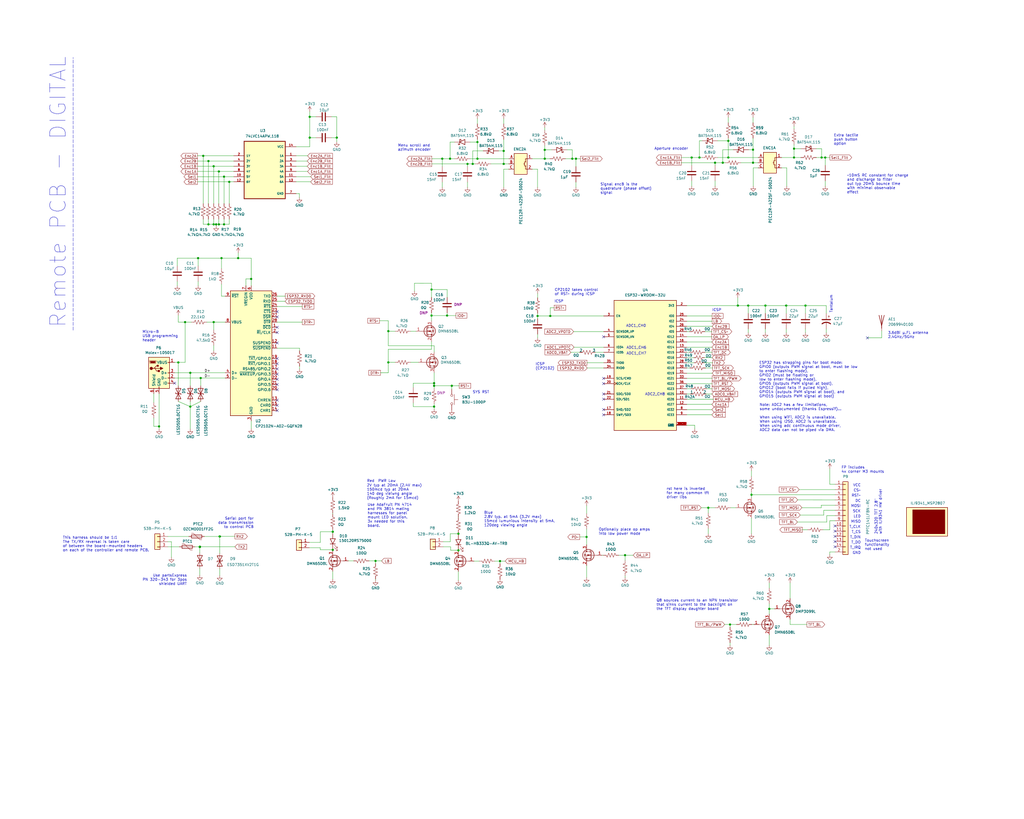
<source format=kicad_sch>
(kicad_sch (version 20211123) (generator eeschema)
  (paper "User" 499.999 399.999)
  (junction (at 107.2896 261.9248))
  (junction (at 92.9132 182.0418))
  (junction (at 383.8956 149.1996))
  (junction (at 105.537 109.5502))
  (junction (at 162.4838 259.6388))
  (junction (at 97.9932 184.5818))
  (junction (at 189.611 161.6964))
  (junction (at 352.9076 79.4512))
  (junction (at 366.9284 241.5794))
  (junction (at 211.963 198.5264))
  (junction (at 305.2064 271.0688))
  (junction (at 345.8464 247.9294))
  (junction (at 228.2698 80.0354))
  (junction (at 223.8248 260.604))
  (junction (at 104.3178 109.5502))
  (junction (at 151.2316 67.2084))
  (junction (at 337.7184 76.9112))
  (junction (at 393.2936 149.1996))
  (junction (at 387.7056 76.9112))
  (junction (at 223.8248 268.7066))
  (junction (at 355.6254 68.7832))
  (junction (at 281.2288 77.4954))
  (junction (at 162.4838 268.478))
  (junction (at 104.3432 157.2768))
  (junction (at 349.1484 79.4512))
  (junction (at 279.4508 77.4954))
  (junction (at 341.5284 76.9112))
  (junction (at 116.2812 126.0348))
  (junction (at 219.7608 77.4954))
  (junction (at 367.6904 79.4512))
  (junction (at 87.0712 176.9618))
  (junction (at 104.3178 81.1784))
  (junction (at 244.1448 273.9644))
  (junction (at 245.9482 73.6854))
  (junction (at 375.6152 297.307))
  (junction (at 233.1212 77.4954))
  (junction (at 151.2316 57.0484))
  (junction (at 365.3536 149.1996))
  (junction (at 109.3978 86.2584))
  (junction (at 367.6904 73.1012))
  (junction (at 96.7232 126.0348))
  (junction (at 211.963 188.3664))
  (junction (at 218.313 154.0764))
  (junction (at 230.8098 80.0354))
  (junction (at 106.8578 109.5502))
  (junction (at 97.5868 267.0302))
  (junction (at 401.1676 76.9112))
  (junction (at 355.6254 76.9112))
  (junction (at 90.3732 157.2768))
  (junction (at 101.7778 78.6384))
  (junction (at 210.693 154.0764))
  (junction (at 262.4836 154.2796))
  (junction (at 109.3978 109.5502))
  (junction (at 210.693 141.3764))
  (junction (at 92.9132 198.5518))
  (junction (at 107.2896 261.9502))
  (junction (at 97.5868 267.0048))
  (junction (at 265.9888 73.1774))
  (junction (at 77.6732 208.2038))
  (junction (at 183.3626 273.8882))
  (junction (at 220.599 188.3664))
  (junction (at 111.9378 88.7984))
  (junction (at 265.9888 77.4954))
  (junction (at 189.611 176.9364))
  (junction (at 164.4396 67.2084))
  (junction (at 387.7056 72.5932))
  (junction (at 402.9456 76.9112))
  (junction (at 268.6812 154.2796))
  (junction (at 233.1212 69.3674))
  (junction (at 122.6312 136.1948))
  (junction (at 99.2378 76.0984))
  (junction (at 106.8578 83.7184))
  (junction (at 108.1532 126.0348))
  (junction (at 97.6122 267.0302))
  (junction (at 215.9508 77.4954))
  (junction (at 245.9482 80.0354))
  (junction (at 211.963 187.0964))
  (junction (at 360.2736 149.1996))
  (junction (at 373.7356 149.1996))
  (junction (at 101.7778 109.5502))
  (junction (at 286.4104 262.1788))
  (junction (at 356.4636 304.927))
  (no_connect (at 294.7416 187.2996))
  (no_connect (at 135.3312 154.7368))
  (no_connect (at 135.3312 195.3768))
  (no_connect (at 135.3312 167.4368))
  (no_connect (at 294.7416 184.7596))
  (no_connect (at 135.3312 185.2168))
  (no_connect (at 294.7416 194.9196))
  (no_connect (at 135.3312 190.2968))
  (no_connect (at 135.3312 187.7568))
  (no_connect (at 135.3312 152.1968))
  (no_connect (at 135.3312 180.1368))
  (no_connect (at 294.7416 192.3796))
  (no_connect (at 294.7416 199.9996))
  (no_connect (at 407.7462 256.8194))
  (no_connect (at 407.7462 264.4394))
  (no_connect (at 294.7416 202.5396))
  (no_connect (at 135.3312 175.0568))
  (no_connect (at 407.7462 259.3594))
  (no_connect (at 85.2932 187.1218))
  (no_connect (at 407.7462 266.9794))
  (no_connect (at 294.7416 164.4396))
  (no_connect (at 407.7462 261.8994))
  (no_connect (at 135.3312 197.9168))
  (no_connect (at 135.3312 200.4568))
  (no_connect (at 135.3312 182.6768))
  (no_connect (at 135.3312 159.8168))
  (no_connect (at 135.3312 162.3568))
  (no_connect (at 135.3312 177.5968))
  (no_connect (at 423.545 164.973))
  (wire (pts (xy 106.8578 83.7184) (xy 114.1222 83.7184)))
  (wire (pts (xy 108.1532 138.7348) (xy 108.1532 144.5768)))
  (wire (pts (xy 220.0148 268.7066) (xy 223.8248 268.7066)))
  (wire (pts (xy 366.9284 240.2078) (xy 366.9284 241.5794)))
  (wire (pts (xy 210.693 145.1864) (xy 210.693 141.3764)))
  (wire (pts (xy 401.0406 246.6594) (xy 401.0406 247.8786)))
  (wire (pts (xy 228.2698 80.0354) (xy 230.8098 80.0354)))
  (wire (pts (xy 96.4184 83.7184) (xy 106.8578 83.7184)))
  (wire (pts (xy 245.9482 68.0974) (xy 245.9482 73.6854)))
  (wire (pts (xy 116.2812 126.0348) (xy 108.1532 126.0348)))
  (wire (pts (xy 83.7184 264.4902) (xy 83.7184 272.1102)))
  (wire (pts (xy 280.2636 169.5196) (xy 294.7416 169.5196)))
  (wire (pts (xy 302.1584 271.0688) (xy 305.2064 271.0688)))
  (wire (pts (xy 223.8248 252.6792) (xy 223.8248 252.3744)))
  (wire (pts (xy 96.4184 76.0984) (xy 99.2378 76.0984)))
  (wire (pts (xy 341.5284 68.7832) (xy 341.5284 76.9112)))
  (wire (pts (xy 294.7416 172.0596) (xy 290.6776 172.0596)))
  (wire (pts (xy 97.6122 267.0302) (xy 97.5868 267.0302)))
  (wire (pts (xy 156.4386 264.8712) (xy 156.4386 259.6388)))
  (wire (pts (xy 286.4104 276.1488) (xy 286.4104 281.9908)))
  (wire (pts (xy 402.9456 88.3412) (xy 402.9456 90.8812)))
  (wire (pts (xy 106.8578 107.0102) (xy 106.8578 109.5502)))
  (wire (pts (xy 87.6046 267.0302) (xy 81.9404 267.0302)))
  (wire (pts (xy 347.5736 192.3796) (xy 344.7542 192.3796)))
  (wire (pts (xy 135.3312 144.5768) (xy 139.3444 144.5768)))
  (wire (pts (xy 156.4132 267.4112) (xy 156.4132 268.478)))
  (wire (pts (xy 201.803 196.7484) (xy 201.803 198.5264)))
  (wire (pts (xy 337.7184 76.9112) (xy 341.5284 76.9112)))
  (wire (pts (xy 407.7462 246.6594) (xy 401.0406 246.6594)))
  (wire (pts (xy 154.2796 67.2084) (xy 151.2316 67.2084)))
  (wire (pts (xy 87.0712 153.9748) (xy 87.0712 157.2768)))
  (wire (pts (xy 407.7462 236.4994) (xy 405.2062 236.4994)))
  (wire (pts (xy 87.0712 176.9618) (xy 90.3732 176.9618)))
  (wire (pts (xy 405.2062 254.2794) (xy 405.2062 258.6736)))
  (wire (pts (xy 97.5868 267.0302) (xy 97.5868 267.0048)))
  (wire (pts (xy 144.6022 78.6384) (xy 150.0124 78.6384)))
  (wire (pts (xy 164.4396 67.2084) (xy 164.4396 69.2404)))
  (wire (pts (xy 405.2062 269.5194) (xy 405.2062 270.7894)))
  (wire (pts (xy 342.7984 68.7832) (xy 341.5284 68.7832)))
  (wire (pts (xy 185.293 156.6164) (xy 189.611 156.6164)))
  (wire (pts (xy 161.8996 67.2084) (xy 164.4396 67.2084)))
  (wire (pts (xy 211.963 188.3664) (xy 220.599 188.3664)))
  (wire (pts (xy 337.4136 189.8396) (xy 335.3816 189.8396)))
  (wire (pts (xy 211.963 198.5264) (xy 211.963 199.7964)))
  (wire (pts (xy 387.7056 70.5612) (xy 387.7056 72.5932)))
  (wire (pts (xy 366.9284 241.5794) (xy 366.9284 242.8494)))
  (wire (pts (xy 387.7056 61.6712) (xy 387.7056 62.9412)))
  (wire (pts (xy 355.6254 57.3532) (xy 355.6254 59.8932)))
  (wire (pts (xy 378.1552 297.307) (xy 375.6152 297.307)))
  (wire (pts (xy 86.5632 126.0348) (xy 96.7232 126.0348)))
  (wire (pts (xy 107.2896 261.9502) (xy 99.822 261.9502)))
  (wire (pts (xy 161.8996 57.0484) (xy 164.4396 57.0484)))
  (wire (pts (xy 218.313 154.0764) (xy 222.631 154.0764)))
  (wire (pts (xy 77.6732 208.2038) (xy 77.6732 209.4738)))
  (wire (pts (xy 370.1034 79.4512) (xy 367.6904 79.4512)))
  (wire (pts (xy 286.4104 262.1788) (xy 286.4104 265.9888)))
  (wire (pts (xy 332.6384 76.9112) (xy 337.7184 76.9112)))
  (wire (pts (xy 430.4792 161.5694) (xy 430.4792 164.973)))
  (wire (pts (xy 268.6812 150.2664) (xy 268.6812 154.2796)))
  (wire (pts (xy 391.0076 76.9112) (xy 387.7056 76.9112)))
  (wire (pts (xy 162.4838 268.478) (xy 162.4838 268.8082)))
  (wire (pts (xy 367.9952 304.927) (xy 367.2332 304.927)))
  (wire (pts (xy 347.7006 154.2796) (xy 335.3816 154.2796)))
  (wire (pts (xy 367.6904 67.5132) (xy 367.6904 73.1012)))
  (wire (pts (xy 262.4836 143.3576) (xy 262.4836 145.3896)))
  (wire (pts (xy 116.2812 123.4948) (xy 116.2812 126.0348)))
  (wire (pts (xy 108.1532 126.0348) (xy 96.7232 126.0348)))
  (wire (pts (xy 104.3432 157.2768) (xy 109.9312 157.2768)))
  (wire (pts (xy 101.7778 99.3902) (xy 101.7778 78.6384)))
  (wire (pts (xy 367.6904 79.4512) (xy 361.7976 79.4512)))
  (wire (pts (xy 286.6136 177.1396) (xy 294.7416 177.1396)))
  (wire (pts (xy 104.3178 107.0102) (xy 104.3178 109.5502)))
  (wire (pts (xy 283.1084 262.1788) (xy 286.4104 262.1788)))
  (wire (pts (xy 391.0076 72.5932) (xy 387.7056 72.5932)))
  (wire (pts (xy 104.3178 109.5502) (xy 105.537 109.5502)))
  (wire (pts (xy 106.8578 99.3902) (xy 106.8578 83.7184)))
  (wire (pts (xy 278.7396 172.0596) (xy 283.0576 172.0596)))
  (wire (pts (xy 162.4838 259.6388) (xy 162.4838 260.5024)))
  (wire (pts (xy 335.3816 149.1996) (xy 360.2736 149.1996)))
  (wire (pts (xy 101.7778 109.5502) (xy 104.3178 109.5502)))
  (wire (pts (xy 341.5284 76.9112) (xy 342.7984 76.9112)))
  (wire (pts (xy 360.2736 149.1996) (xy 365.3536 149.1996)))
  (wire (pts (xy 335.3816 207.6196) (xy 339.1916 207.6196)))
  (wire (pts (xy 230.8098 73.6854) (xy 230.8098 80.0354)))
  (wire (pts (xy 347.7006 156.8196) (xy 335.3816 156.8196)))
  (wire (pts (xy 407.7462 241.5794) (xy 366.9284 241.5794)))
  (wire (pts (xy 144.6022 94.5134) (xy 146.2024 94.5134)))
  (wire (pts (xy 268.6812 154.2796) (xy 294.7416 154.2796)))
  (wire (pts (xy 162.4838 268.1224) (xy 162.4838 268.478)))
  (wire (pts (xy 200.533 161.6964) (xy 203.073 161.6964)))
  (wire (pts (xy 210.693 154.0764) (xy 218.313 154.0764)))
  (wire (pts (xy 402.2598 251.4854) (xy 402.2598 249.1994)))
  (wire (pts (xy 279.4508 73.1774) (xy 279.4508 77.4954)))
  (wire (pts (xy 211.963 189.6364) (xy 211.963 188.3664)))
  (wire (pts (xy 393.2936 149.1996) (xy 383.8956 149.1996)))
  (wire (pts (xy 101.7778 107.0102) (xy 101.7778 109.5502)))
  (wire (pts (xy 384.2004 81.9912) (xy 384.2004 90.8812)))
  (wire (pts (xy 107.2896 281.0002) (xy 107.2896 277.749)))
  (wire (pts (xy 201.803 187.0964) (xy 211.963 187.0964)))
  (wire (pts (xy 305.2064 281.2288) (xy 305.2064 281.9908)))
  (wire (pts (xy 105.537 109.5502) (xy 106.8578 109.5502)))
  (wire (pts (xy 356.4636 304.927) (xy 359.6132 304.927)))
  (wire (pts (xy 286.7406 179.6796) (xy 294.7416 179.6796)))
  (wire (pts (xy 391.5664 247.8786) (xy 401.0406 247.8786)))
  (wire (pts (xy 144.6022 88.7984) (xy 151.6888 88.7984)))
  (wire (pts (xy 401.1676 76.9112) (xy 402.9456 76.9112)))
  (wire (pts (xy 85.2932 182.0418) (xy 92.9132 182.0418)))
  (wire (pts (xy 210.693 170.5864) (xy 189.611 170.5864)))
  (wire (pts (xy 104.3432 168.7068) (xy 104.3432 171.2468)))
  (wire (pts (xy 279.4508 77.4954) (xy 281.2288 77.4954)))
  (wire (pts (xy 373.7356 153.0096) (xy 373.7356 149.1996)))
  (wire (pts (xy 200.533 176.9364) (xy 204.343 176.9364)))
  (wire (pts (xy 347.7006 189.8396) (xy 345.0336 189.8396)))
  (wire (pts (xy 336.6516 172.0596) (xy 335.3816 172.0596)))
  (wire (pts (xy 101.0412 157.2768) (xy 104.3432 157.2768)))
  (wire (pts (xy 407.7462 269.5194) (xy 405.2062 269.5194)))
  (wire (pts (xy 109.3978 107.0102) (xy 109.3978 109.5502)))
  (wire (pts (xy 151.2316 57.0484) (xy 151.2316 67.2084)))
  (wire (pts (xy 335.3816 174.5996) (xy 338.8106 174.5996)))
  (wire (pts (xy 223.8248 260.604) (xy 223.8248 260.2992)))
  (wire (pts (xy 381.6604 76.9112) (xy 387.7056 76.9112)))
  (wire (pts (xy 111.9378 88.7984) (xy 114.1222 88.7984)))
  (wire (pts (xy 114.7064 261.9248) (xy 107.2896 261.9248)))
  (wire (pts (xy 385.7752 284.607) (xy 385.7752 292.227)))
  (wire (pts (xy 245.9482 57.9374) (xy 245.9482 60.4774)))
  (wire (pts (xy 210.693 166.7764) (xy 210.693 170.5864)))
  (wire (pts (xy 387.7056 72.5932) (xy 387.7056 76.9112)))
  (polyline (pts (xy 35.687 161.2392) (xy 35.687 28.0416)))
  (wire (pts (xy 423.545 164.973) (xy 430.4792 164.973)))
  (wire (pts (xy 262.4836 153.0096) (xy 262.4836 154.2796)))
  (wire (pts (xy 265.9888 73.1774) (xy 265.9888 77.4954)))
  (wire (pts (xy 335.3816 161.8996) (xy 336.6516 161.8996)))
  (wire (pts (xy 107.2896 261.9502) (xy 107.2896 270.129)))
  (wire (pts (xy 356.7684 247.9294) (xy 359.3084 247.9294)))
  (wire (pts (xy 223.8248 268.7066) (xy 223.8248 268.8844)))
  (wire (pts (xy 211.963 168.8084) (xy 211.963 171.8564)))
  (wire (pts (xy 216.408 267.0302) (xy 220.0148 267.0302)))
  (wire (pts (xy 218.313 152.8064) (xy 218.313 154.0764)))
  (wire (pts (xy 347.5736 164.4396) (xy 335.3816 164.4396)))
  (wire (pts (xy 402.9456 76.9112) (xy 402.9456 80.7212)))
  (wire (pts (xy 353.822 304.927) (xy 356.4636 304.927)))
  (wire (pts (xy 366.9284 229.8192) (xy 366.9284 232.5878)))
  (wire (pts (xy 189.611 176.9364) (xy 192.913 176.9364)))
  (wire (pts (xy 151.2316 67.2084) (xy 151.2316 71.6534)))
  (wire (pts (xy 135.3312 149.6568) (xy 147.6248 149.6568)))
  (wire (pts (xy 211.963 187.0964) (xy 211.963 188.3664)))
  (wire (pts (xy 345.8464 247.9294) (xy 349.1484 247.9294)))
  (wire (pts (xy 259.9182 77.4954) (xy 265.9888 77.4954)))
  (wire (pts (xy 262.4836 154.2796) (xy 268.6812 154.2796)))
  (wire (pts (xy 347.5736 166.9796) (xy 335.3816 166.9796)))
  (wire (pts (xy 281.2288 77.4954) (xy 281.2288 81.3054)))
  (wire (pts (xy 398.6276 76.9112) (xy 401.1676 76.9112)))
  (wire (pts (xy 245.9736 82.5754) (xy 245.9736 91.4654)))
  (wire (pts (xy 92.9132 198.5518) (xy 87.0712 196.0118)))
  (wire (pts (xy 162.4838 250.5202) (xy 162.4838 251.0282)))
  (wire (pts (xy 215.9508 88.9254) (xy 215.9508 91.4654)))
  (wire (pts (xy 305.2064 273.6088) (xy 305.2064 271.0688)))
  (wire (pts (xy 219.7608 69.3674) (xy 219.7608 77.4954)))
  (wire (pts (xy 233.9848 273.9644) (xy 231.4448 273.9644)))
  (wire (pts (xy 269.2908 73.1774) (xy 265.9888 73.1774)))
  (wire (pts (xy 146.2024 94.5134) (xy 146.2024 96.4184)))
  (wire (pts (xy 370.205 81.9912) (xy 367.792 81.9912)))
  (wire (pts (xy 347.7006 159.3596) (xy 335.3816 159.3596)))
  (wire (pts (xy 286.4104 246.9388) (xy 286.4104 250.7488)))
  (wire (pts (xy 150.1902 76.0984) (xy 144.6022 76.0984)))
  (wire (pts (xy 192.913 161.6964) (xy 189.611 161.6964)))
  (wire (pts (xy 83.7184 264.4902) (xy 81.9404 264.4902)))
  (wire (pts (xy 394.2842 258.6736) (xy 391.7696 258.6736)))
  (wire (pts (xy 233.1212 68.0974) (xy 233.1212 69.3674)))
  (wire (pts (xy 106.8578 109.5502) (xy 109.3978 109.5502)))
  (wire (pts (xy 347.5736 199.9996) (xy 335.3816 199.9996)))
  (wire (pts (xy 294.5384 271.0688) (xy 294.0304 271.0688)))
  (wire (pts (xy 309.1688 271.0688) (xy 305.2064 271.0688)))
  (wire (pts (xy 398.6276 72.5932) (xy 401.1676 72.5932)))
  (wire (pts (xy 210.8708 77.4954) (xy 215.9508 77.4954)))
  (wire (pts (xy 120.0912 139.4968) (xy 120.0912 136.1948)))
  (wire (pts (xy 223.8248 260.9088) (xy 223.8248 260.604)))
  (wire (pts (xy 75.1332 192.2018) (xy 75.1332 196.4944)))
  (wire (pts (xy 345.8464 258.0894) (xy 345.8464 260.6294)))
  (wire (pts (xy 109.3978 109.5502) (xy 111.9378 109.5502)))
  (wire (pts (xy 85.2932 184.5818) (xy 97.9932 184.5818)))
  (wire (pts (xy 215.9508 77.4954) (xy 215.9508 81.3054)))
  (wire (pts (xy 122.6312 139.4968) (xy 122.6312 136.1948)))
  (wire (pts (xy 347.5736 169.5196) (xy 335.3816 169.5196)))
  (wire (pts (xy 183.3626 275.1582) (xy 183.3626 273.8882)))
  (wire (pts (xy 150.0124 81.1784) (xy 144.6022 81.1784)))
  (wire (pts (xy 92.9132 182.0418) (xy 109.9312 182.0418)))
  (wire (pts (xy 162.4838 258.6482) (xy 162.4838 259.6388)))
  (wire (pts (xy 373.7356 160.6296) (xy 373.7356 162.4076)))
  (wire (pts (xy 357.9876 73.1012) (xy 352.9076 73.1012)))
  (wire (pts (xy 99.2378 99.3902) (xy 99.2378 76.0984)))
  (wire (pts (xy 97.9932 196.0118) (xy 92.9132 198.5518)))
  (wire (pts (xy 104.3178 99.3902) (xy 104.3178 81.1784)))
  (wire (pts (xy 355.6254 68.7832) (xy 355.6254 76.9112)))
  (wire (pts (xy 347.7006 184.7596) (xy 335.3816 184.7596)))
  (wire (pts (xy 189.611 156.6164) (xy 189.611 161.6964)))
  (wire (pts (xy 355.6254 67.5132) (xy 355.6254 68.7832)))
  (wire (pts (xy 338.836 177.1396) (xy 335.3816 177.1396)))
  (wire (pts (xy 385.7752 302.387) (xy 385.7752 304.927)))
  (wire (pts (xy 345.8464 250.4694) (xy 345.8464 247.9294)))
  (wire (pts (xy 365.3536 160.6296) (xy 365.3536 162.4076)))
  (wire (pts (xy 262.4582 82.5754) (xy 262.4582 91.4654)))
  (wire (pts (xy 211.963 197.2564) (xy 211.963 198.5264)))
  (wire (pts (xy 96.4184 88.7984) (xy 111.9378 88.7984)))
  (wire (pts (xy 144.6022 86.2584) (xy 151.6888 86.2584)))
  (wire (pts (xy 109.3978 86.2584) (xy 114.1222 86.2584)))
  (wire (pts (xy 210.693 138.3284) (xy 210.693 141.3764)))
  (wire (pts (xy 151.2316 54.5084) (xy 151.2316 57.0484)))
  (wire (pts (xy 349.1484 79.4512) (xy 349.1484 80.7212)))
  (wire (pts (xy 339.1916 207.6196) (xy 339.1916 209.3976)))
  (wire (pts (xy 156.4386 259.6388) (xy 162.4838 259.6388)))
  (wire (pts (xy 347.7006 172.0596) (xy 344.2716 172.0596)))
  (wire (pts (xy 144.6022 71.6534) (xy 151.2316 71.6534)))
  (wire (pts (xy 336.9056 179.6796) (xy 335.3816 179.6796)))
  (wire (pts (xy 233.1212 57.9374) (xy 233.1212 60.4774)))
  (wire (pts (xy 245.9482 80.0354) (xy 239.6998 80.0354)))
  (wire (pts (xy 122.6312 126.0348) (xy 116.2812 126.0348)))
  (wire (pts (xy 393.2936 162.4076) (xy 393.2936 160.6296)))
  (wire (pts (xy 183.3626 282.7782) (xy 183.3626 283.2862)))
  (wire (pts (xy 245.9482 73.6854) (xy 245.9482 80.0354)))
  (wire (pts (xy 342.392 247.9294) (xy 345.8464 247.9294)))
  (wire (pts (xy 87.0712 157.2768) (xy 90.3732 157.2768)))
  (wire (pts (xy 108.1532 131.1148) (xy 108.1532 126.0348)))
  (wire (pts (xy 96.7232 139.4968) (xy 96.7232 137.4648)))
  (wire (pts (xy 294.7416 161.8996) (xy 280.0858 161.8996)))
  (wire (pts (xy 337.7184 88.3412) (xy 337.7184 90.8812)))
  (wire (pts (xy 276.9108 73.1774) (xy 279.4508 73.1774)))
  (wire (pts (xy 229.5398 69.3674) (xy 233.1212 69.3674)))
  (wire (pts (xy 337.1342 192.3796) (xy 335.3816 192.3796)))
  (wire (pts (xy 135.3312 147.1168) (xy 139.2174 147.1168)))
  (wire (pts (xy 97.5868 267.0302) (xy 95.2246 267.0302)))
  (wire (pts (xy 246.6848 273.9644) (xy 244.1448 273.9644)))
  (wire (pts (xy 92.9132 209.4738) (xy 92.9132 198.5518)))
  (wire (pts (xy 96.7232 126.0348) (xy 96.7232 129.8448)))
  (wire (pts (xy 219.8624 260.604) (xy 223.8248 260.604)))
  (wire (pts (xy 390.2202 239.0394) (xy 407.7462 239.0394)))
  (wire (pts (xy 210.693 138.3284) (xy 202.3872 138.303)))
  (wire (pts (xy 109.3978 99.3902) (xy 109.3978 86.2584)))
  (wire (pts (xy 355.6254 76.9112) (xy 350.4184 76.9112)))
  (wire (pts (xy 228.2698 88.9254) (xy 228.2698 91.4654)))
  (wire (pts (xy 375.6152 297.307) (xy 375.6152 294.767)))
  (wire (pts (xy 99.2378 109.5502) (xy 101.7778 109.5502)))
  (wire (pts (xy 210.693 141.3764) (xy 218.313 141.3764)))
  (wire (pts (xy 210.693 152.8064) (xy 210.693 154.0764)))
  (wire (pts (xy 189.611 182.0164) (xy 189.611 176.9364)))
  (wire (pts (xy 164.4396 57.0484) (xy 164.4396 67.2084)))
  (wire (pts (xy 97.5868 269.9512) (xy 97.5868 267.0302)))
  (wire (pts (xy 344.2716 161.8996) (xy 347.5736 161.8996)))
  (wire (pts (xy 394.0048 304.927) (xy 385.7752 304.927)))
  (wire (pts (xy 111.9378 107.0102) (xy 111.9378 109.5502)))
  (wire (pts (xy 356.4636 315.087) (xy 356.4636 313.817)))
  (wire (pts (xy 265.9888 71.1454) (xy 265.9888 73.1774)))
  (wire (pts (xy 347.7006 182.2196) (xy 335.3816 182.2196)))
  (wire (pts (xy 276.1488 77.4954) (xy 279.4508 77.4954)))
  (wire (pts (xy 109.9312 144.5768) (xy 108.1532 144.5768)))
  (wire (pts (xy 105.537 109.5502) (xy 105.537 110.3122)))
  (wire (pts (xy 233.1212 69.3674) (xy 233.1212 77.4954)))
  (wire (pts (xy 262.4836 154.2796) (xy 262.4836 155.5496)))
  (wire (pts (xy 86.5632 137.4648) (xy 86.5632 139.4968)))
  (wire (pts (xy 107.2896 261.9248) (xy 107.2896 261.9502)))
  (wire (pts (xy 97.9932 188.3918) (xy 97.9932 184.5818)))
  (wire (pts (xy 180.2638 273.8882) (xy 183.3626 273.8882)))
  (wire (pts (xy 151.0538 267.4112) (xy 156.4132 267.4112)))
  (wire (pts (xy 265.9888 62.2554) (xy 265.9888 63.5254)))
  (wire (pts (xy 75.1332 208.2038) (xy 77.6732 208.2038)))
  (wire (pts (xy 189.611 170.5864) (xy 189.611 176.9364)))
  (wire (pts (xy 281.2288 88.9254) (xy 281.2288 91.4654)))
  (wire (pts (xy 111.9378 99.3902) (xy 111.9378 88.7984)))
  (wire (pts (xy 241.6048 273.9644) (xy 244.1448 273.9644)))
  (wire (pts (xy 101.7778 78.6384) (xy 114.1222 78.6384)))
  (wire (pts (xy 355.6254 76.9112) (xy 370.2304 76.9112)))
  (wire (pts (xy 262.4836 163.1696) (xy 262.4836 164.9476)))
  (wire (pts (xy 356.4636 306.197) (xy 356.4636 304.927)))
  (wire (pts (xy 220.0148 267.0302) (xy 220.0148 268.7066)))
  (wire (pts (xy 335.3816 194.9196) (xy 348.3356 194.9196)))
  (wire (pts (xy 114.7064 267.0048) (xy 97.5868 267.0048)))
  (wire (pts (xy 219.8624 264.4902) (xy 219.8624 260.604)))
  (wire (pts (xy 343.8906 174.5996) (xy 347.7006 174.5996)))
  (wire (pts (xy 335.3816 202.5396) (xy 347.5736 202.5396)))
  (wire (pts (xy 402.2598 249.1994) (xy 407.7462 249.1994)))
  (wire (pts (xy 220.599 188.3664) (xy 224.1804 188.3664)))
  (wire (pts (xy 218.313 141.3764) (xy 218.313 145.1864)))
  (wire (pts (xy 223.8248 268.5288) (xy 223.8248 268.7066)))
  (wire (pts (xy 259.9182 82.5754) (xy 262.4582 82.5754)))
  (wire (pts (xy 151.0538 264.8712) (xy 156.4386 264.8712)))
  (wire (pts (xy 146.2532 169.9768) (xy 146.2532 171.2468)))
  (wire (pts (xy 286.4104 258.3688) (xy 286.4104 262.1788)))
  (wire (pts (xy 347.9546 179.6796) (xy 344.5256 179.6796)))
  (wire (pts (xy 365.6076 73.1012) (xy 367.6904 73.1012)))
  (wire (pts (xy 248.3612 82.5754) (xy 245.9736 82.5754)))
  (wire (pts (xy 375.6152 297.307) (xy 375.6152 299.847)))
  (wire (pts (xy 189.611 168.8084) (xy 211.963 168.8084)))
  (wire (pts (xy 86.5632 129.8448) (xy 86.5632 126.0348)))
  (wire (pts (xy 352.9076 73.1012) (xy 352.9076 79.4512)))
  (wire (pts (xy 405.2062 228.8794) (xy 405.2062 236.4994)))
  (wire (pts (xy 332.6384 79.4512) (xy 349.1484 79.4512)))
  (wire (pts (xy 92.9132 196.0118) (xy 92.9132 198.5518)))
  (wire (pts (xy 347.7006 187.2996) (xy 335.3816 187.2996)))
  (wire (pts (xy 189.611 161.6964) (xy 189.611 168.8084)))
  (wire (pts (xy 366.9284 253.0094) (xy 366.9284 260.6294)))
  (wire (pts (xy 352.9076 79.4512) (xy 354.1776 79.4512)))
  (wire (pts (xy 360.2736 145.3896) (xy 360.2736 149.1996)))
  (wire (pts (xy 381.6604 81.9912) (xy 384.2004 81.9912)))
  (wire (pts (xy 365.3536 149.1996) (xy 373.7356 149.1996)))
  (wire (pts (xy 375.6152 310.007) (xy 375.6152 315.087)))
  (wire (pts (xy 350.4184 68.7832) (xy 355.6254 68.7832)))
  (wire (pts (xy 281.2288 77.4954) (xy 283.4386 77.4954)))
  (wire (pts (xy 401.9042 258.6736) (xy 405.2062 258.6736)))
  (wire (pts (xy 403.733 251.7394) (xy 403.733 254.889)))
  (wire (pts (xy 201.803 189.1284) (xy 201.803 187.0964)))
  (wire (pts (xy 347.9546 177.1396) (xy 343.916 177.1396)))
  (wire (pts (xy 146.2532 178.8668) (xy 146.2532 180.1368)))
  (wire (pts (xy 97.5868 280.8224) (xy 97.5868 277.5712)))
  (wire (pts (xy 403.4536 149.1996) (xy 393.2936 149.1996)))
  (wire (pts (xy 389.4836 244.094) (xy 407.7462 244.1194)))
  (wire (pts (xy 401.1676 72.5932) (xy 401.1676 76.9112)))
  (wire (pts (xy 99.2378 76.0984) (xy 114.1222 76.0984)))
  (wire (pts (xy 104.3178 81.1784) (xy 114.1222 81.1784)))
  (wire (pts (xy 96.4184 78.6384) (xy 101.7778 78.6384)))
  (wire (pts (xy 92.202 261.9502) (xy 81.9404 261.9502)))
  (wire (pts (xy 156.4132 268.478) (xy 162.4838 268.478)))
  (wire (pts (xy 144.6022 83.7184) (xy 150.1902 83.7184)))
  (wire (pts (xy 228.2698 80.0354) (xy 228.2698 81.3054)))
  (wire (pts (xy 349.1484 79.4512) (xy 352.9076 79.4512)))
  (wire (pts (xy 162.4838 282.7782) (xy 162.4838 278.9682)))
  (wire (pts (xy 122.6312 209.3468) (xy 122.6312 205.5368)))
  (wire (pts (xy 219.7608 77.4954) (xy 221.9198 77.4954)))
  (wire (pts (xy 92.9132 188.3918) (xy 92.9132 182.0418)))
  (wire (pts (xy 202.3872 138.303) (xy 202.3872 142.113)))
  (wire (pts (xy 233.1212 77.4954) (xy 248.4882 77.4954)))
  (wire (pts (xy 403.4536 153.0096) (xy 403.4536 149.1996)))
  (wire (pts (xy 367.792 81.9912) (xy 367.792 90.8812)))
  (wire (pts (xy 211.963 182.0164) (xy 211.963 187.0964)))
  (wire (pts (xy 367.6904 57.3532) (xy 367.6904 59.8932)))
  (wire (pts (xy 244.1448 275.2344) (xy 244.1448 273.9644)))
  (wire (pts (xy 201.803 198.5264) (xy 211.963 198.5264)))
  (wire (pts (xy 210.693 156.6164) (xy 210.693 154.0764)))
  (wire (pts (xy 233.1212 77.4954) (xy 229.5398 77.4954)))
  (wire (pts (xy 75.1332 204.1144) (xy 75.1332 208.2038)))
  (wire (pts (xy 230.8098 80.0354) (xy 232.0798 80.0354)))
  (wire (pts (xy 104.3432 157.2768) (xy 104.3432 161.0868)))
  (wire (pts (xy 122.6312 136.1948) (xy 122.6312 126.0348)))
  (wire (pts (xy 186.3344 273.8882) (xy 183.3626 273.8882)))
  (wire (pts (xy 154.2796 57.0484) (xy 151.2316 57.0484)))
  (wire (pts (xy 77.6732 192.2018) (xy 77.6732 208.2038)))
  (wire (pts (xy 349.1484 88.3412) (xy 349.1484 90.8812)))
  (wire (pts (xy 248.3612 80.0354) (xy 245.9482 80.0354)))
  (wire (pts (xy 270.5608 150.2664) (xy 268.6812 150.2664)))
  (wire (pts (xy 223.8248 279.0444) (xy 223.8248 283.3624)))
  (wire (pts (xy 390.7282 251.4854) (xy 402.2598 251.4854)))
  (wire (pts (xy 85.2932 176.9618) (xy 87.0712 176.9618)))
  (wire (pts (xy 185.801 182.0164) (xy 189.611 182.0164)))
  (wire (pts (xy 243.5098 73.6854) (xy 245.9482 73.6854)))
  (wire (pts (xy 403.733 254.889) (xy 389.3566 254.889)))
  (wire (pts (xy 375.6152 284.607) (xy 375.6152 287.147)))
  (wire (pts (xy 96.4184 86.2584) (xy 109.3978 86.2584)))
  (wire (pts (xy 87.0712 188.3918) (xy 87.0712 176.9618)))
  (wire (pts (xy 219.8624 264.4902) (xy 216.408 264.4902)))
  (wire (pts (xy 96.4184 81.1784) (xy 104.3178 81.1784)))
  (wire (pts (xy 172.6438 273.8882) (xy 170.1038 273.8882)))
  (wire (pts (xy 337.7184 76.9112) (xy 337.7184 80.7212)))
  (wire (pts (xy 221.9198 69.3674) (xy 219.7608 69.3674)))
  (wire (pts (xy 373.7356 149.1996) (xy 383.8956 149.1996)))
  (wire (pts (xy 210.8708 80.0354) (xy 228.2698 80.0354)))
  (wire (pts (xy 383.8956 149.1996) (xy 383.8956 153.0096)))
  (wire (pts (xy 135.3312 169.9768) (xy 146.2532 169.9768)))
  (wire (pts (xy 407.7462 251.7394) (xy 403.733 251.7394)))
  (wire (pts (xy 120.0912 136.1948) (xy 122.6312 136.1948)))
  (wire (pts (xy 393.2936 149.1996) (xy 393.2936 153.0096)))
  (wire (pts (xy 90.3732 176.9618) (xy 90.3732 157.2768)))
  (wire (pts (xy 347.5736 197.4596) (xy 335.3816 197.4596)))
  (wire (pts (xy 97.9932 184.5818) (xy 109.9312 184.5818)))
  (wire (pts (xy 365.3536 153.0096) (xy 365.3536 149.1996)))
  (wire (pts (xy 235.8898 73.6854) (xy 230.8098 73.6854)))
  (wire (pts (xy 268.5288 77.4954) (xy 265.9888 77.4954)))
  (wire (pts (xy 215.9508 77.4954) (xy 219.7608 77.4954)))
  (wire (pts (xy 383.8956 162.4076) (xy 383.8956 160.6296)))
  (wire (pts (xy 367.6904 73.1012) (xy 367.6904 79.4512)))
  (wire (pts (xy 403.4536 162.4076) (xy 403.4536 160.6296)))
  (wire (pts (xy 402.9456 76.9112) (xy 405.2316 76.9112)))
  (wire (pts (xy 90.3732 157.2768) (xy 93.4212 157.2768)))
  (wire (pts (xy 407.7462 254.2794) (xy 405.2062 254.2794)))
  (wire (pts (xy 220.599 188.3664) (xy 220.599 190.0174)))
  (wire (pts (xy 99.2378 107.0102) (xy 99.2378 109.5502)))
  (wire (pts (xy 135.3312 157.2768) (xy 147.6248 157.2768)))
  (text "T_CLK\n" (at 420.3192 258.0894 180) (effects (font (size 1.27 1.27)) (justify right bottom)))
  (text "CP2102 takes control\nof RST~ during ICSP\n" (at 270.8148 144.4498 0) (effects (font (size 1.27 1.27)) (justify left bottom)))
  (text "DC" (at 420.3192 245.3894 180) (effects (font (size 1.27 1.27)) (justify right bottom)))
  (text "Blue\n2.8V typ. at 5mA (3.2V max)\n15mcd lumunious intensity at 5mA, \n120deg viewing angle" (at 236.347 257.3274 0) (effects (font (size 1.27 1.27)) (justify left bottom)))
  (text "VCC" (at 420.3192 237.7694 180) (effects (font (size 1.27 1.27)) (justify right bottom)))
  (text "Signal encB is the\nquadrature (phase offset)\nsignal" (at 293.116 94.9706 0) (effects (font (size 1.27 1.27)) (justify left bottom)))
  (text "Use AdaFruit PN 4714\nand PN 3814 mating \nharnesses for panel \nmount LED solution. \n3x needed for this \nboard." (at 179.4002 257.556 0) (effects (font (size 1.27 1.27)) (justify left bottom)))
  (text "3.6dBi µ.FL antenna\n2.4GHz/5GHz" (at 433.5272 165.4048 0) (effects (font (size 1.27 1.27)) (justify left bottom)))
  (text "MOSI" (at 420.3192 247.9294 180) (effects (font (size 1.27 1.27)) (justify right bottom)))
  (text "Q8 sources current to an NPN transistor\nthat sinks current to the backlight on\nthe TFT display daughter board" (at 320.4972 298.1452 0) (effects (font (size 1.27 1.27)) (justify left bottom)))
  (text "Remote PCB - DIGITAL" (at 32.7914 160.3756 90) (effects (font (size 7.62 7.62)) (justify left bottom)))
  (text "Note: ADC2 has a few limitations,\nsome undocumented (thanks Espressif)...\n\nWhen using WiFi, ADC2 is unavailable.\nWhen using I2S0, ADC2 is unavailable.\nWhen using adc continuous mode driver,\nADC2 data can not be piped via DMA." (at 370.8654 210.82 0) (effects (font (size 1.27 1.27)) (justify left bottom)))
  (text "CS~\n" (at 420.3192 240.3094 180) (effects (font (size 1.27 1.27)) (justify right bottom)))
  (text "T_IRQ\n" (at 420.3192 268.2494 180) (effects (font (size 1.27 1.27)) (justify right bottom)))
  (text "Micro-B \nUSB programming\nheader" (at 69.469 166.9796 0) (effects (font (size 1.27 1.27)) (justify left bottom)))
  (text "ICSP" (at 275.1836 147.9804 180) (effects (font (size 1.27 1.27)) (justify right bottom)))
  (text "Use partsExpress\nPN 320-343 for 3pos\nshielded UART" (at 91.313 285.9532 180) (effects (font (size 1.27 1.27)) (justify right bottom)))
  (text "T_DIN" (at 420.3192 263.1694 180) (effects (font (size 1.27 1.27)) (justify right bottom)))
  (text "Red" (at 182.8546 235.6866 180) (effects (font (size 1.27 1.27)) (justify right bottom)))
  (text "ESP32 has strapping pins for boot mode:\nGPIO0 (outputs PWM signal at boot, must be low\nto enter flashing mode), \nGPIO2 (must be floating or\nlow to enter flashing mode), \nGPIO5 (outputs PWM signal at boot),\nGPIO12 (boot fails if pulled high),\nGPIO14 (outputs PWM signal at boot), and \nGPIO15 (outputs PWM signal at boot)" (at 370.6876 194.3354 0) (effects (font (size 1.27 1.27)) (justify left bottom)))
  (text "Aperture encoder" (at 319.4812 73.4314 0) (effects (font (size 1.27 1.27)) (justify left bottom)))
  (text "~10mS RC constant for charge\nand discharge to filter\nout typ 20mS bounce time\nwith minimal observable\neffect" (at 413.5374 94.7166 0) (effects (font (size 1.27 1.27)) (justify left bottom)))
  (text "ADC1_CH6" (at 305.8414 170.6118 0) (effects (font (size 1.27 1.27)) (justify left bottom)))
  (text "SCK" (at 420.3192 250.4694 180) (effects (font (size 1.27 1.27)) (justify right bottom)))
  (text "SYS RST" (at 230.7844 192.3288 0) (effects (font (size 1.27 1.27)) (justify left bottom)))
  (text "ADC1_CH7" (at 305.8414 173.4058 0) (effects (font (size 1.27 1.27)) (justify left bottom)))
  (text "ICSP" (at 347.7006 152.2476 0) (effects (font (size 1.27 1.27)) (justify left bottom)))
  (text "Extra tactile\npush button\noption" (at 407.1112 71.0184 0) (effects (font (size 1.27 1.27)) (justify left bottom)))
  (text "Touchscreen \nfunctionality\nnot used" (at 422.2242 268.8844 0) (effects (font (size 1.27 1.27)) (justify left bottom)))
  (text "RST~" (at 420.3192 242.8494 180) (effects (font (size 1.27 1.27)) (justify right bottom)))
  (text "ADC1_CH0" (at 305.6636 159.9184 0) (effects (font (size 1.27 1.27)) (justify left bottom)))
  (text "Serial port for\ndata transmission\nto control PCB" (at 123.9012 258.1656 180) (effects (font (size 1.27 1.27)) (justify right bottom)))
  (text "Optionally place op amps\ninto low power mode" (at 292.3286 261.4422 0) (effects (font (size 1.27 1.27)) (justify left bottom)))
  (text "FP includes \n4x corner M3 mounts" (at 410.7942 231.1654 0) (effects (font (size 1.27 1.27)) (justify left bottom)))
  (text "Tantalum\n" (at 406.6286 152.8826 90) (effects (font (size 1.27 1.27)) (justify left bottom)))
  (text "MISO" (at 420.3192 255.5494 180) (effects (font (size 1.27 1.27)) (justify right bottom)))
  (text "240x320 TFT 2.8\"\nwith ILI9341 HW driver" (at 430.6316 261.0104 90) (effects (font (size 1.27 1.27)) (justify left bottom)))
  (text "T_DO" (at 420.3192 265.7094 180) (effects (font (size 1.27 1.27)) (justify right bottom)))
  (text "ADC2_CH8" (at 314.9346 193.3448 0) (effects (font (size 1.27 1.27)) (justify left bottom)))
  (text "rst here is inverted\nfor many common tft \ndriver libs" (at 325.4248 243.6368 0) (effects (font (size 1.27 1.27)) (justify left bottom)))
  (text "Menu scroll and \nazimuth encoder" (at 194.2338 73.914 0) (effects (font (size 1.27 1.27)) (justify left bottom)))
  (text "This harness should be 1:1\nThe TX/RX reversal is taken care\nof between the board-mounted headers\non each of the controller and remote PCB." (at 30.6324 269.5194 0) (effects (font (size 1.27 1.27)) (justify left bottom)))
  (text "T_CS" (at 420.3192 260.6294 180) (effects (font (size 1.27 1.27)) (justify right bottom)))
  (text "ICSP\n(CP2102)\n" (at 261.4676 180.6956 0) (effects (font (size 1.27 1.27)) (justify left bottom)))
  (text "GND" (at 420.3192 270.7894 180) (effects (font (size 1.27 1.27)) (justify right bottom)))
  (text "PWR Low" (at 193.2686 235.6866 180) (effects (font (size 1.27 1.27)) (justify right bottom)))
  (text "LED" (at 420.3192 253.0094 180) (effects (font (size 1.27 1.27)) (justify right bottom)))
  (text "2V typ at 20mA (2.4V max)\n150mcd typ at 20mA\n140 deg vieiwng angle\n(Roughly 2mA for 15mcd)" (at 179.0954 243.9924 0) (effects (font (size 1.27 1.27)) (justify left bottom)))
  (label "D+" (at 99.7712 182.0418 0))
  (label "D-" (at 99.7712 184.5818 0))
  (global_label "RST~" (shape passive) (at 224.1804 188.3664 0) (property "Intersheet References" "${INTERSHEET_REFS}" (effects hide)))
  (global_label "TFT_MOSI" (shape output) (at 347.7006 189.8396 0) (property "Intersheet References" "${INTERSHEET_REFS}" (effects hide)))
  (global_label "Enc2A" (shape output) (at 96.4184 76.0984 180) (property "Intersheet References" "${INTERSHEET_REFS}" (effects hide)))
  (global_label "Enc2B" (shape input) (at 347.7006 159.3596 0) (property "Intersheet References" "${INTERSHEET_REFS}" (effects hide)))
  (global_label "TFT_RST" (shape output) (at 347.7006 187.2996 0) (property "Intersheet References" "${INTERSHEET_REFS}" (effects hide)))
  (global_label "RTS~" (shape passive) (at 185.293 156.6164 180) (property "Intersheet References" "${INTERSHEET_REFS}" (effects hide)))
  (global_label "OA_LP" (shape output) (at 347.5736 164.4396 0) (property "Intersheet References" "${INTERSHEET_REFS}" (effects hide)))
  (global_label "TFT_RST" (shape input) (at 342.392 247.9294 180) (property "Intersheet References" "${INTERSHEET_REFS}" (effects hide)))
  (global_label "Enc2B_Filt" (shape input) (at 150.0124 78.6384 0) (property "Intersheet References" "${INTERSHEET_REFS}" (effects hide)))
  (global_label "ADC2_VPOTD" (shape input) (at 280.0858 161.8996 180) (property "Intersheet References" "${INTERSHEET_REFS}" (effects hide)))
  (global_label "LB" (shape output) (at 347.7006 156.8196 0) (property "Intersheet References" "${INTERSHEET_REFS}" (effects hide)))
  (global_label "Sel2" (shape input) (at 347.5736 199.9996 0) (property "Intersheet References" "${INTERSHEET_REFS}" (effects hide)))
  (global_label "Enc1A" (shape input) (at 347.5736 197.4596 0) (property "Intersheet References" "${INTERSHEET_REFS}" (effects hide)))
  (global_label "ESP32_TXD0" (shape input) (at 139.2174 147.1168 0) (property "Intersheet References" "${INTERSHEET_REFS}" (effects hide)))
  (global_label "Enc2B_Filt" (shape output) (at 210.8708 80.0354 180) (property "Intersheet References" "${INTERSHEET_REFS}" (effects hide)))
  (global_label "Enc1A_Filt" (shape output) (at 332.6384 76.9112 180) (property "Intersheet References" "${INTERSHEET_REFS}" (effects hide)))
  (global_label "RX2" (shape input) (at 347.7006 174.5996 0) (property "Intersheet References" "${INTERSHEET_REFS}" (effects hide)))
  (global_label "PD~" (shape output) (at 283.1084 262.1788 180) (property "Intersheet References" "${INTERSHEET_REFS}" (effects hide)))
  (global_label "TFT_CS~" (shape output) (at 347.5736 161.8996 0) (property "Intersheet References" "${INTERSHEET_REFS}" (effects hide)))
  (global_label "TX2" (shape input) (at 114.7064 267.0048 0) (property "Intersheet References" "${INTERSHEET_REFS}" (effects hide)))
  (global_label "Enc1B_Filt" (shape input) (at 150.0124 81.1784 0) (property "Intersheet References" "${INTERSHEET_REFS}" (effects hide)))
  (global_label "TFT_MOSI" (shape input) (at 391.5664 247.8786 180) (property "Intersheet References" "${INTERSHEET_REFS}" (effects hide)))
  (global_label "TFT_MISO" (shape output) (at 391.7696 258.6736 180) (property "Intersheet References" "${INTERSHEET_REFS}" (effects hide)))
  (global_label "Enc2B" (shape output) (at 96.4184 78.6384 180) (property "Intersheet References" "${INTERSHEET_REFS}" (effects hide)))
  (global_label "Enc1A_Filt" (shape input) (at 150.1902 83.7184 0) (property "Intersheet References" "${INTERSHEET_REFS}" (effects hide)))
  (global_label "Enc2A_Filt" (shape input) (at 150.1902 76.0984 0) (property "Intersheet References" "${INTERSHEET_REFS}" (effects hide)))
  (global_label "Enc1B" (shape input) (at 347.5736 169.5196 0) (property "Intersheet References" "${INTERSHEET_REFS}" (effects hide)))
  (global_label "ESP32_RXD0" (shape output) (at 139.3444 144.5768 0) (property "Intersheet References" "${INTERSHEET_REFS}" (effects hide)))
  (global_label "TFT_DC" (shape output) (at 347.7006 172.0596 0) (property "Intersheet References" "${INTERSHEET_REFS}" (effects hide)))
  (global_label "ADC1_VPOTC" (shape input) (at 280.2636 169.5196 180) (property "Intersheet References" "${INTERSHEET_REFS}" (effects hide)))
  (global_label "OA_LP" (shape input) (at 309.1688 271.0688 0) (property "Intersheet References" "${INTERSHEET_REFS}" (effects hide)))
  (global_label "TFT_BL{slash}PWM" (shape input) (at 353.822 304.927 180) (property "Intersheet References" "${INTERSHEET_REFS}" (effects hide)))
  (global_label "RTS~" (shape passive) (at 147.6248 149.6568 0) (property "Intersheet References" "${INTERSHEET_REFS}" (effects hide)))
  (global_label "TFT_CS~" (shape input) (at 390.2202 239.0394 180) (property "Intersheet References" "${INTERSHEET_REFS}" (effects hide)))
  (global_label "RST~" (shape passive) (at 270.5608 150.2664 0) (property "Intersheet References" "${INTERSHEET_REFS}" (effects hide)))
  (global_label "MCU_HB" (shape input) (at 246.6848 273.9644 0) (property "Intersheet References" "${INTERSHEET_REFS}" (effects hide)))
  (global_label "TFT_BL" (shape input) (at 389.3566 254.889 180) (property "Intersheet References" "${INTERSHEET_REFS}" (effects hide)))
  (global_label "Sel2_Filt" (shape input) (at 151.6888 88.7984 0) (property "Intersheet References" "${INTERSHEET_REFS}" (effects hide)))
  (global_label "Sel1" (shape output) (at 96.4184 86.2584 180) (property "Intersheet References" "${INTERSHEET_REFS}" (effects hide)))
  (global_label "LB" (shape input) (at 186.3344 273.8882 0) (property "Intersheet References" "${INTERSHEET_REFS}" (effects hide)))
  (global_label "RX2" (shape output) (at 114.7064 261.9248 0) (property "Intersheet References" "${INTERSHEET_REFS}" (effects hide)))
  (global_label "Sel1" (shape input) (at 347.5736 202.5396 0) (property "Intersheet References" "${INTERSHEET_REFS}" (effects hide)))
  (global_label "ESP32_TXD0" (shape output) (at 286.6136 177.1396 180) (property "Intersheet References" "${INTERSHEET_REFS}" (effects hide)))
  (global_label "Sel2_Filt" (shape output) (at 283.4386 77.4954 0) (property "Intersheet References" "${INTERSHEET_REFS}" (effects hide)))
  (global_label "TFT_SCK" (shape output) (at 347.9546 179.6796 0) (property "Intersheet References" "${INTERSHEET_REFS}" (effects hide)))
  (global_label "Enc1B_Filt" (shape output) (at 332.6384 79.4512 180) (property "Intersheet References" "${INTERSHEET_REFS}" (effects hide)))
  (global_label "Sel1_Filt" (shape input) (at 151.6888 86.2584 0) (property "Intersheet References" "${INTERSHEET_REFS}" (effects hide)))
  (global_label "MCU_HB" (shape output) (at 348.3356 194.9196 0) (property "Intersheet References" "${INTERSHEET_REFS}" (effects hide)))
  (global_label "IO0~" (shape passive) (at 347.7006 154.2796 0) (property "Intersheet References" "${INTERSHEET_REFS}" (effects hide)))
  (global_label "Enc2A" (shape input) (at 347.5736 166.9796 0) (property "Intersheet References" "${INTERSHEET_REFS}" (effects hide)))
  (global_label "ESP32_RXD0" (shape input) (at 286.7406 179.6796 180) (property "Intersheet References" "${INTERSHEET_REFS}" (effects hide)))
  (global_label "Enc1B" (shape output) (at 96.4184 81.1784 180) (property "Intersheet References" "${INTERSHEET_REFS}" (effects hide)))
  (global_label "Enc1A" (shape output) (at 96.4184 83.7184 180) (property "Intersheet References" "${INTERSHEET_REFS}" (effects hide)))
  (global_label "ADC0_VBAT" (shape input) (at 347.5736 192.3796 0) (property "Intersheet References" "${INTERSHEET_REFS}" (effects hide)))
  (global_label "Sel2" (shape output) (at 96.4184 88.7984 180) (property "Intersheet References" "${INTERSHEET_REFS}" (effects hide)))
  (global_label "TFT_BL{slash}PWM" (shape output) (at 347.7006 184.7596 0) (property "Intersheet References" "${INTERSHEET_REFS}" (effects hide)))
  (global_label "DTR~" (shape passive) (at 147.6248 157.2768 0) (property "Intersheet References" "${INTERSHEET_REFS}" (effects hide)))
  (global_label "IO0~" (shape passive) (at 222.631 154.0764 0) (property "Intersheet References" "${INTERSHEET_REFS}" (effects hide)))
  (global_label "TX2" (shape output) (at 347.9546 177.1396 0) (property "Intersheet References" "${INTERSHEET_REFS}" (effects hide)))
  (global_label "TFT_BL" (shape output) (at 394.0048 304.927 0) (property "Intersheet References" "${INTERSHEET_REFS}" (effects hide)))
  (global_label "ADC0_VBAT" (shape input) (at 278.7396 172.0596 180) (property "Intersheet References" "${INTERSHEET_REFS}" (effects hide)))
  (global_label "Enc2A_Filt" (shape output) (at 210.8708 77.4954 180) (property "Intersheet References" "${INTERSHEET_REFS}" (effects hide)))
  (global_label "TFT_MISO" (shape input) (at 347.7006 182.2196 0) (property "Intersheet References" "${INTERSHEET_REFS}" (effects hide)))
  (global_label "TFT_DC" (shape input) (at 389.4836 244.094 180) (property "Intersheet References" "${INTERSHEET_REFS}" (effects hide)))
  (global_label "DTR~" (shape passive) (at 185.801 182.0164 180) (property "Intersheet References" "${INTERSHEET_REFS}" (effects hide)))
  (global_label "TFT_SCK" (shape input) (at 390.7282 251.4854 180) (property "Intersheet References" "${INTERSHEET_REFS}" (effects hide)))
  (global_label "Sel1_Filt" (shape output) (at 405.2316 76.9112 0) (property "Intersheet References" "${INTERSHEET_REFS}" (effects hide)))
  (symbol (lib_id "Device:C") (at 337.7184 84.5312 0) (unit 1)
    (property "Reference" "C20" (at 331.3684 84.5312 0) (effects (justify left)))
    (property "Value" "15nF" (at 330.0984 87.0712 0) (effects (justify left)))
    (property "Footprint" "Capacitor_SMD:C_0603_1608Metric" (effects hide))
  )
  (symbol (lib_id "CUSTOMPOTSYM_WITHCHASSISMOUNTS:D_TVS") (at 97.9932 192.2018 90) (unit 1)
    (property "Reference" "D8" (at 100.6602 189.5348 0) (effects (justify right)))
    (property "Value" "LESD5D5.0CT1G" (at 100.5332 197.9168 0) (effects (justify right)))
    (property "Footprint" "Custom:D_SOD_523" (effects hide))
    (property "Datasheet" "https://datasheet.lcsc.com/lcsc/1912111437_LRC-LESD5D5-0CT1G_C383211.pdf" (effects hide))
  )
  (symbol (lib_id "Device:C") (at 365.3536 156.8196 0) (mirror x) (unit 1)
    (property "Reference" "C22" (at 369.1636 151.7396 0))
    (property "Value" "100nF" (at 369.1636 154.2796 0))
    (property "Footprint" "Capacitor_SMD:C_0603_1608Metric" (effects hide))
  )
  (symbol (lib_id "power:GND") (at 97.5868 280.8224 0) (mirror y) (unit 1)
    (property "Reference" "#PWR033" (effects hide))
    (property "Value" "GND" (at 97.5868 284.6324 0))
  )
  (symbol (lib_id "power:GND") (at 215.9508 91.4654 0) (unit 1)
    (property "Reference" "#PWR048" (effects hide))
    (property "Value" "GND" (at 215.9508 95.2754 0))
  )
  (symbol (lib_id "Device:D_Schottky") (at 225.7298 69.3674 0) (mirror x) (unit 1)
    (property "Reference" "D12" (at 225.7298 63.6524 0))
    (property "Value" "BAT54H,115" (at 225.7298 66.1924 0))
    (property "Footprint" "Custom:D_SOD_123F" (effects hide))
    (property "Datasheet" "https://assets.nexperia.com/documents/data-sheet/BAT54H.pdf" (effects hide))
  )
  (symbol (lib_id "Device:R_US") (at 352.9584 247.9294 90) (unit 1)
    (property "Reference" "R53" (at 352.9584 241.5794 90))
    (property "Value" "100Ω" (at 352.9584 244.1194 90))
    (property "Footprint" "Resistor_SMD:R_0603_1608Metric" (effects hide))
  )
  (symbol (lib_id "Device:R_US") (at 233.1212 64.2874 0) (unit 1)
    (property "Reference" "R33" (at 234.3912 63.0173 0) (effects (justify left)))
    (property "Value" "6.8kΩ" (at 234.3912 65.5574 0) (effects (justify left)))
    (property "Footprint" "Resistor_SMD:R_0603_1608Metric" (effects hide))
  )
  (symbol (lib_id "Device:C") (at 96.7232 133.6548 180) (unit 1)
    (property "Reference" "C11" (at 92.9132 128.5748 0))
    (property "Value" "100nF" (at 92.9132 131.1148 0))
    (property "Footprint" "Capacitor_SMD:C_0603_1608Metric" (effects hide))
  )
  (symbol (lib_id "power:+3V3") (at 387.7056 61.6712 0) (unit 1)
    (property "Reference" "#PWR083" (effects hide))
    (property "Value" "+3.3V" (at 387.7056 57.8612 0))
  )
  (symbol (lib_id "Device:R_US") (at 176.4538 273.8882 270) (mirror x) (unit 1)
    (property "Reference" "R24" (at 176.4538 267.5382 90))
    (property "Value" "100Ω" (at 176.4538 270.0782 90))
    (property "Footprint" "Resistor_SMD:R_0603_1608Metric" (effects hide))
  )
  (symbol (lib_id "ESP32-WROOM-32D:ESP32-WROOM-32D") (at 315.0616 177.1396 0) (unit 1)
    (property "Reference" "U4" (at 315.0616 141.5796 0))
    (property "Value" "ESP32-WROOM-32U" (at 315.0616 144.1196 0))
    (property "Footprint" "Custom:IC_ESP32-WROOM32U" (effects hide))
    (property "Datasheet" "https://www.espressif.com/sites/default/files/documentation/esp32-wroom-32d_esp32-wroom-32u_datasheet_en.pdf" (effects hide))
    (property "MF" "Espressif Systems" (effects hide))
    (property "MAXIMUM_PACKAGE_HEIGHT" "3.2 mm" (effects hide))
    (property "Package" "Non Standard Espressif Systems" (effects hide))
    (property "Price" "None" (effects hide))
    (property "Check_prices" "https://www.snapeda.com/parts/ESP32-WROOM-32D/Espressif+Systems/view-part/?ref=eda" (effects hide))
    (property "STANDARD" "Manufacturer Recommendations" (effects hide))
    (property "PARTREV" "1.9" (effects hide))
    (property "SnapEDA_Link" "https://www.snapeda.com/parts/ESP32-WROOM-32D/Espressif+Systems/view-part/?ref=snap" (effects hide))
    (property "MP" "ESP32-WROOM-32U" (effects hide))
    (property "Description" "\nBluetooth, WiFi 802.11b/g/n, Bluetooth v4.2 +EDR, Class 1, 2 and 3 Transceiver Module 2.4GHz ~ 2.5GHz Integrated\n" (effects hide))
    (property "Availability" "Not in stock" (effects hide))
    (property "MANUFACTURER" "Espressif Systems" (effects hide))
  )
  (symbol (lib_id "Connector_Generic:Conn_01x14") (at 412.8262 251.7394 0) (unit 1) (in_bom no)
    (property "Reference" "P9" (at 412.8262 232.6894 0))
    (property "Value" "PPTC141LFBN-RC" (at 423.7736 252.3236 90))
    (property "Footprint" "Capstone Symbols, Footprints:QD-TFT2803" (effects hide))
  )
  (symbol (lib_id "power:GND") (at 373.7356 162.4076 0) (unit 1)
    (property "Reference" "#PWR077" (effects hide))
    (property "Value" "GND" (at 373.7356 166.2176 0))
  )
  (symbol (lib_id "power:+3V3") (at 265.9888 62.2554 0) (unit 1)
    (property "Reference" "#PWR060" (effects hide))
    (property "Value" "+3.3V" (at 265.9888 58.4454 0))
  )
  (symbol (lib_id "Device:Polyfuse") (at 96.012 261.9502 270) (mirror x) (unit 1) (in_bom no)
    (property "Reference" "PTC2" (at 96.5962 255.8542 90))
    (property "Value" "0ZCM0001FF2G" (at 96.7994 258.3434 90))
    (property "Footprint" "Resistor_SMD:R_0603_1608Metric" (effects hide))
    (property "Datasheet" "https://www.belfuse.com/resources/datasheets/circuitprotection/ds-cp-0zcm-series.pdf" (effects hide))
  )
  (symbol (lib_id "power:GND") (at 366.9284 260.6294 0) (mirror y) (unit 1)
    (property "Reference" "#PWR074" (effects hide))
    (property "Value" "GND" (at 366.9284 264.4394 0))
  )
  (symbol (lib_id "Device:D_Schottky") (at 394.8176 72.5932 180) (unit 1)
    (property "Reference" "D17" (at 394.8176 66.8782 0))
    (property "Value" "BAT54H,115" (at 394.8176 69.4182 0))
    (property "Footprint" "Custom:D_SOD_123F" (effects hide))
    (property "Datasheet" "https://assets.nexperia.com/documents/data-sheet/BAT54H.pdf" (effects hide))
  )
  (symbol (lib_id "power:+3V3") (at 116.2812 123.4948 0) (unit 1)
    (property "Reference" "#PWR037" (effects hide))
    (property "Value" "+3V3" (at 116.2812 119.6848 0))
  )
  (symbol (lib_id "Device:R_US") (at 387.7056 66.7512 0) (unit 1)
    (property "Reference" "R61" (at 381.3556 65.4812 0) (effects (justify left)))
    (property "Value" "4.7kΩ" (at 380.0856 68.0212 0) (effects (justify left)))
    (property "Footprint" "Resistor_SMD:R_0603_1608Metric" (effects hide))
  )
  (symbol (lib_id "Device:R_US") (at 104.3432 164.8968 0) (unit 1)
    (property "Reference" "R16" (at 100.5332 163.6268 0))
    (property "Value" "47.5kΩ" (at 99.2632 166.1668 0))
    (property "Footprint" "Resistor_SMD:R_0603_1608Metric" (effects hide))
  )
  (symbol (lib_id "Device:C") (at 215.9508 85.1154 0) (unit 1)
    (property "Reference" "C15" (at 209.6008 85.1154 0) (effects (justify left)))
    (property "Value" "15nF" (at 208.3308 87.6554 0) (effects (justify left)))
    (property "Footprint" "Capacitor_SMD:C_0603_1608Metric" (effects hide))
  )
  (symbol (lib_id "Device:R_US") (at 106.8578 103.2002 0) (unit 1)
    (property "Reference" "R17" (at 109.9312 112.0648 0))
    (property "Value" "4.7kΩ" (at 110.6678 114.554 0))
    (property "Footprint" "Resistor_SMD:R_0603_1608Metric" (effects hide))
  )
  (symbol (lib_id "Device:D_Schottky") (at 239.6998 73.6854 0) (mirror x) (unit 1)
    (property "Reference" "D13" (at 239.6998 68.6054 0))
    (property "Value" "BAT54H,115" (at 239.6998 71.1454 0))
    (property "Footprint" "Custom:D_SOD_123F" (effects hide))
    (property "Datasheet" "https://assets.nexperia.com/documents/data-sheet/BAT54H.pdf" (effects hide))
  )
  (symbol (lib_id "power:VBUS") (at 87.0712 153.9748 0) (unit 1)
    (property "Reference" "#PWR030" (effects hide))
    (property "Value" "VBUS" (at 87.0712 150.1648 0))
  )
  (symbol (lib_name "RotaryEncoder_Switch_1") (lib_id "JIZZeNCODER:RotaryEncoder_Switch") (at 375.9454 79.4512 0) (unit 1) (in_bom no)
    (property "Reference" "ENC1" (at 375.666 72.2122 0))
    (property "Value" "PEC12R-4225F-S0024" (at 376.1486 97.6884 90))
    (property "Footprint" "PEC12R_4215F_S0024:XDCR_PEC12R-4215F-S0024" (effects hide))
    (property "Datasheet" "https://www.bourns.com/docs/Product-Datasheets/PEC12R.pdf" (effects hide))
  )
  (symbol (lib_id "Device:R_US") (at 305.2064 277.4188 0) (mirror y) (unit 1)
    (property "Reference" "R44" (at 307.7464 276.1487 0) (effects (justify right)))
    (property "Value" "4.7kΩ" (at 307.7464 278.6887 0) (effects (justify right)))
    (property "Footprint" "Resistor_SMD:R_0603_1608Metric" (effects hide))
  )
  (symbol (lib_id "Device:R_US") (at 355.6254 63.7032 0) (unit 1)
    (property "Reference" "R54" (at 356.8954 62.4331 0) (effects (justify left)))
    (property "Value" "6.8kΩ" (at 356.8954 64.9732 0) (effects (justify left)))
    (property "Footprint" "Resistor_SMD:R_0603_1608Metric" (effects hide))
  )
  (symbol (lib_id "power:+3V3") (at 162.4838 242.9002 0) (unit 1)
    (property "Reference" "#PWR042" (effects hide))
    (property "Value" "+3.3V" (at 162.4838 239.0902 0))
  )
  (symbol (lib_id "power:+3V3") (at 355.6254 57.3532 0) (unit 1)
    (property "Reference" "#PWR069" (effects hide))
    (property "Value" "+3.3V" (at 355.6254 53.5432 0))
  )
  (symbol (lib_id "Device:D_Schottky") (at 273.1008 73.1774 180) (unit 1)
    (property "Reference" "D14" (at 273.1008 67.4624 0))
    (property "Value" "BAT54H,115" (at 273.1008 70.0024 0))
    (property "Footprint" "Custom:D_SOD_123F" (effects hide))
    (property "Datasheet" "https://assets.nexperia.com/documents/data-sheet/BAT54H.pdf" (effects hide))
  )
  (symbol (lib_id "power:GND") (at 83.7184 272.1102 0) (mirror y) (unit 1)
    (property "Reference" "#PWR028" (effects hide))
    (property "Value" "GND" (at 83.7184 275.9202 0))
  )
  (symbol (lib_id "Transistor_FET:2N7002") (at 288.9504 271.0688 0) (mirror y) (unit 1)
    (property "Reference" "Q5" (at 282.6004 269.7987 0) (effects (justify left)))
    (property "Value" "DMN65D8L" (at 282.7782 272.6944 0) (effects (justify left)))
    (property "Footprint" "Custom:T_SOT23" (effects hide))
    (property "Datasheet" "https://www.diodes.com/assets/Datasheets/DMN65D8L.pdf" (effects hide))
  )
  (symbol (lib_id "power:GND") (at 305.2064 281.9908 0) (unit 1)
    (property "Reference" "#PWR064" (effects hide))
    (property "Value" "GND" (at 305.2064 285.8008 0))
  )
  (symbol (lib_id "Device:R_US") (at 357.9876 79.4512 90) (unit 1)
    (property "Reference" "R56" (at 357.9876 81.9912 90))
    (property "Value" "6.8kΩ" (at 357.9876 84.5312 90))
    (property "Footprint" "Resistor_SMD:R_0603_1608Metric" (effects hide))
  )
  (symbol (lib_id "power:GND") (at 164.4396 69.2404 0) (unit 1)
    (property "Reference" "#PWR044" (effects hide))
    (property "Value" "GND" (at 164.4396 73.0504 0))
  )
  (symbol (lib_id "power:GND") (at 349.1484 90.8812 0) (unit 1)
    (property "Reference" "#PWR068" (effects hide))
    (property "Value" "GND" (at 349.1484 94.6912 0))
  )
  (symbol (lib_id "power:GND") (at 403.4536 162.4076 0) (unit 1)
    (property "Reference" "#PWR086" (effects hide))
    (property "Value" "GND" (at 403.4536 166.2176 0))
  )
  (symbol (lib_id "power:GND") (at 383.8956 162.4076 0) (unit 1)
    (property "Reference" "#PWR080" (effects hide))
    (property "Value" "GND" (at 383.8956 166.2176 0))
  )
  (symbol (lib_id "Device:R_US") (at 340.4616 172.0596 90) (unit 1)
    (property "Reference" "R46" (at 337.9216 170.7896 90) (effects (justify left)))
    (property "Value" "0Ω" (at 346.8116 170.7896 90) (effects (justify left)))
    (property "Footprint" "Resistor_SMD:R_0603_1608Metric" (effects hide))
  )
  (symbol (lib_id "power:GND") (at 122.6312 209.3468 0) (unit 1)
    (property "Reference" "#PWR038" (effects hide))
    (property "Value" "GND" (at 122.6312 213.1568 0))
  )
  (symbol (lib_id "Device:R_US") (at 286.4104 254.5588 0) (unit 1)
    (property "Reference" "R41" (at 282.5623 253.6317 0) (effects (justify right)))
    (property "Value" "10kΩ" (at 283.8196 256.0828 0) (effects (justify right)))
    (property "Footprint" "Resistor_SMD:R_0603_1608Metric" (effects hide))
  )
  (symbol (lib_id "Device:R_US") (at 345.8464 254.2794 0) (unit 1)
    (property "Reference" "R51" (at 343.3064 253.0093 0) (effects (justify right)))
    (property "Value" "4.7kΩ" (at 343.3064 255.5493 0) (effects (justify right)))
    (property "Footprint" "Resistor_SMD:R_0603_1608Metric" (effects hide))
  )
  (symbol (lib_id "power:GND") (at 402.9456 90.8812 0) (unit 1)
    (property "Reference" "#PWR085" (effects hide))
    (property "Value" "GND" (at 402.9456 94.6912 0))
  )
  (symbol (lib_id "Device:R_US") (at 75.1332 200.3044 180) (unit 1)
    (property "Reference" "R11" (at 70.3834 198.4502 0))
    (property "Value" "0Ω" (at 70.6882 200.9394 0))
    (property "Footprint" "Resistor_SMD:R_0603_1608Metric" (effects hide))
  )
  (symbol (lib_id "Device:C") (at 373.7356 156.8196 0) (mirror x) (unit 1)
    (property "Reference" "C23" (at 377.5456 151.7396 0))
    (property "Value" "100nF" (at 377.5456 154.2796 0))
    (property "Footprint" "Capacitor_SMD:C_0603_1608Metric" (effects hide))
  )
  (symbol (lib_id "power:GND") (at 339.1916 209.3976 0) (unit 1)
    (property "Reference" "#PWR066" (effects hide))
    (property "Value" "GND" (at 339.1916 213.2076 0))
  )
  (symbol (lib_id "Device:R_US") (at 340.7156 179.6796 90) (unit 1)
    (property "Reference" "R47" (at 338.1756 178.5874 90) (effects (justify left)))
    (property "Value" "0Ω" (at 347.0656 178.4096 90) (effects (justify left)))
    (property "Footprint" "Resistor_SMD:R_0603_1608Metric" (effects hide))
  )
  (symbol (lib_id "Device:R_US") (at 245.9482 64.2874 0) (unit 1)
    (property "Reference" "R37" (at 247.2182 63.0174 0) (effects (justify left)))
    (property "Value" "6.8kΩ" (at 247.2182 65.5574 0) (effects (justify left)))
    (property "Footprint" "Resistor_SMD:R_0603_1608Metric" (effects hide))
  )
  (symbol (lib_id "Transistor_FET:2N7002") (at 165.0238 273.8882 0) (mirror y) (unit 1)
    (property "Reference" "Q1" (at 158.6738 272.6181 0) (effects (justify left)))
    (property "Value" "DMN65D8L" (at 159.9438 275.1582 0) (effects (justify left)))
    (property "Footprint" "Custom:T_SOT23" (effects hide))
    (property "Datasheet" "https://www.diodes.com/assets/Datasheets/DMN65D8L.pdf" (effects hide))
  )
  (symbol (lib_id "power:GND") (at 405.2062 270.7894 0) (mirror y) (unit 1)
    (property "Reference" "#PWR088" (effects hide))
    (property "Value" "GND" (at 405.2062 274.5994 0))
  )
  (symbol (lib_id "power:GND") (at 146.2024 96.4184 0) (unit 1)
    (property "Reference" "#PWR039" (effects hide))
    (property "Value" "GND" (at 146.2024 100.2284 0))
  )
  (symbol (lib_id "Device:R_US") (at 244.1448 279.0444 0) (mirror y) (unit 1)
    (property "Reference" "R36" (at 246.6848 277.7743 0) (effects (justify right)))
    (property "Value" "10kΩ" (at 246.6848 280.3143 0) (effects (justify right)))
    (property "Footprint" "Resistor_SMD:R_0603_1608Metric" (effects hide))
  )
  (symbol (lib_id "power:GND") (at 345.8464 260.6294 0) (mirror y) (unit 1)
    (property "Reference" "#PWR067" (effects hide))
    (property "Value" "GND" (at 345.8464 264.4394 0))
  )
  (symbol (lib_id "power:GND") (at 86.5632 139.4968 0) (unit 1)
    (property "Reference" "#PWR029" (effects hide))
    (property "Value" "GND" (at 86.5632 143.3068 0))
  )
  (symbol (lib_id "Device:R_US") (at 104.3178 103.2002 0) (unit 1)
    (property "Reference" "R15" (at 99.441 112.1918 0))
    (property "Value" "4.7kΩ" (at 99.8982 114.5794 0))
    (property "Footprint" "Resistor_SMD:R_0603_1608Metric" (effects hide))
  )
  (symbol (lib_id "Device:C") (at 158.0896 67.2084 90) (unit 1)
    (property "Reference" "C13" (at 159.3596 60.8584 90) (effects (justify left)))
    (property "Value" "100nF" (at 160.6296 63.3984 90) (effects (justify left)))
    (property "Footprint" "Capacitor_SMD:C_0603_1608Metric" (effects hide))
  )
  (symbol (lib_id "power:GND") (at 375.6152 315.087 0) (mirror y) (unit 1)
    (property "Reference" "#PWR079" (effects hide))
    (property "Value" "GND" (at 375.6152 318.897 0))
  )
  (symbol (lib_id "power:GND") (at 384.2004 90.8812 0) (unit 1)
    (property "Reference" "#PWR081" (effects hide))
    (property "Value" "GND" (at 384.2004 94.6912 0))
  )
  (symbol (lib_id "power:GND") (at 365.3536 162.4076 0) (unit 1)
    (property "Reference" "#PWR072" (effects hide))
    (property "Value" "GND" (at 365.3536 166.2176 0))
  )
  (symbol (lib_id "Device:0Ω") (at 286.8676 172.0596 270) (unit 2)
    (property "Reference" "R42" (at 292.7604 173.7614 90))
    (property "Value" "0Ω" (at 281.3304 173.5074 90))
    (property "Footprint" "Custom:R_0603_JUMPER" (effects hide))
  )
  (symbol (lib_id "Transistor_FET:2N7002") (at 373.0752 304.927 0) (unit 1)
    (property "Reference" "Q7" (at 378.1552 306.197 0) (effects (justify left)))
    (property "Value" "DMN65D8L" (at 378.1552 308.737 0) (effects (justify left)))
    (property "Footprint" "Custom:T_SOT23" (effects hide))
    (property "Datasheet" "https://www.diodes.com/assets/Datasheets/DMN65D8L.pdf" (effects hide))
  )
  (symbol (lib_id "Transistor_FET:2N7002") (at 209.423 176.9364 0) (mirror x) (unit 1)
    (property "Reference" "Q3" (at 215.392 174.5996 0) (effects (justify left)))
    (property "Value" "DMN65D8L" (at 215.138 176.9364 0) (effects (justify left)))
    (property "Footprint" "Custom:T_SOT23" (effects hide))
    (property "Datasheet" "https://www.diodes.com/assets/Datasheets/DMN65D8L.pdf" (effects hide))
  )
  (symbol (lib_id "Driver_Display:ADS7843E") (at 452.7804 257.9624 0) (unit 1) (in_bom no) (on_board no)
    (property "Reference" "MODULE2" (effects hide))
    (property "Value" "ILI9341_MSP2807" (at 444.4746 245.7196 0) (effects (justify left)))
    (property "Datasheet" "http://www.lcdwiki.com/2.8inch_SPI_Module_ILI9341_SKU:MSP2807" (effects hide))
  )
  (symbol (lib_id "Device:C") (at 86.5632 133.6548 180) (unit 1)
    (property "Reference" "C10" (at 82.7532 128.5748 0))
    (property "Value" "10µF" (at 82.7532 131.1148 0))
    (property "Footprint" "Capacitor_SMD:C_0603_1608Metric" (effects hide))
  )
  (symbol (lib_id "power:GND") (at 281.2288 91.4654 0) (unit 1)
    (property "Reference" "#PWR061" (effects hide))
    (property "Value" "GND" (at 281.2288 95.2754 0))
  )
  (symbol (lib_id "power:GND") (at 367.792 90.8812 0) (unit 1)
    (property "Reference" "#PWR076" (effects hide))
    (property "Value" "GND" (at 367.792 94.6912 0))
  )
  (symbol (lib_id "Device:0Ω") (at 340.9442 192.3796 90) (unit 1)
    (property "Reference" "R42" (at 336.804 193.7766 90))
    (property "Value" "0Ω" (at 345.44 193.6496 90))
    (property "Footprint" "Custom:R_0603_JUMPER" (effects hide))
  )
  (symbol (lib_id "power:+3V3") (at 286.4104 246.9388 0) (unit 1)
    (property "Reference" "#PWR062" (effects hide))
    (property "Value" "+3.3V" (at 286.4104 243.1288 0))
  )
  (symbol (lib_id "Device:R_US") (at 162.4838 246.7102 0) (unit 1)
    (property "Reference" "R22" (at 165.0238 245.4401 0) (effects (justify left)))
    (property "Value" "1.5kΩ" (at 165.0238 247.9801 0) (effects (justify left)))
    (property "Footprint" "Resistor_SMD:R_0603_1608Metric" (effects hide))
  )
  (symbol (lib_id "power:+3V3") (at 375.6152 284.607 0) (unit 1)
    (property "Reference" "#PWR078" (effects hide))
    (property "Value" "+3.3V" (at 375.6152 280.797 0))
  )
  (symbol (lib_id "Transistor_FET:2N7002") (at 226.3648 273.9644 0) (mirror y) (unit 1)
    (property "Reference" "Q4" (at 220.0148 272.6943 0) (effects (justify left)))
    (property "Value" "DMN65D8L" (at 220.0148 275.2343 0) (effects (justify left)))
    (property "Footprint" "Custom:T_SOT23" (effects hide))
    (property "Datasheet" "https://www.diodes.com/assets/Datasheets/DMN65D8L.pdf" (effects hide))
  )
  (symbol (lib_id "power:GND") (at 104.3432 171.2468 0) (unit 1)
    (property "Reference" "#PWR034" (effects hide))
    (property "Value" "GND" (at 104.3432 175.0568 0))
  )
  (symbol (lib_id "power:+3V3") (at 366.9284 229.8192 0) (mirror y) (unit 1)
    (property "Reference" "#PWR073" (effects hide))
    (property "Value" "+3.3V" (at 366.9284 226.0092 0))
  )
  (symbol (lib_id "Device:R_US") (at 363.4232 304.927 90) (unit 1)
    (property "Reference" "R57" (at 363.4232 299.847 90))
    (property "Value" "100Ω" (at 363.4232 302.387 90))
    (property "Footprint" "Resistor_SMD:R_0603_1608Metric" (effects hide))
  )
  (symbol (lib_id "power:GND") (at 146.2532 180.1368 0) (unit 1)
    (property "Reference" "#PWR040" (effects hide))
    (property "Value" "GND" (at 146.2532 183.9468 0))
  )
  (symbol (lib_id "power:GND") (at 77.6732 209.4738 0) (unit 1)
    (property "Reference" "#PWR027" (effects hide))
    (property "Value" "GND" (at 77.6732 213.2838 0))
  )
  (symbol (lib_id "Device:R_US") (at 262.4836 149.1996 0) (unit 1)
    (property "Reference" "R38" (at 259.3086 147.9296 0))
    (property "Value" "10kΩ" (at 258.0386 150.4696 0))
    (property "Footprint" "Resistor_SMD:R_0603_1608Metric" (effects hide))
  )
  (symbol (lib_id "Device:D_TVS") (at 97.5868 273.7612 270) (mirror x) (unit 1)
    (property "Reference" "D7" (at 104.0892 272.8976 90) (effects (justify right)))
    (property "Value" "ESD7351XV2T1G" (effects hide))
    (property "Footprint" "Custom:D_SOD_523" (effects hide))
    (property "Datasheet" "https://www.onsemi.com/pdf/datasheet/esd7351-d.pdf" (effects hide))
  )
  (symbol (lib_id "Device:C") (at 228.2698 85.1154 0) (unit 1)
    (property "Reference" "C17" (at 221.9198 85.1154 0) (effects (justify left)))
    (property "Value" "15nF" (at 220.6498 87.6554 0) (effects (justify left)))
    (property "Footprint" "Capacitor_SMD:C_0603_1608Metric" (effects hide))
  )
  (symbol (lib_id "Device:R_US") (at 211.963 193.4464 0) (mirror x) (unit 1) (in_bom no)
    (property "Reference" "R29" (at 208.788 192.1764 0))
    (property "Value" "0Ω" (at 208.153 194.7164 0))
    (property "Footprint" "Resistor_SMD:R_0603_1608Metric" (effects hide))
    (property "DNP" "DNP" (at 215.392 191.8716 0))
  )
  (symbol (lib_id "Device:R_US") (at 162.4838 254.8382 0) (unit 1)
    (property "Reference" "R23" (at 165.0238 253.5681 0) (effects (justify left)))
    (property "Value" "0Ω" (at 165.0238 256.1081 0) (effects (justify left)))
    (property "Footprint" "Resistor_SMD:R_0603_1608Metric" (effects hide))
  )
  (symbol (lib_id "Connector_Generic:Conn_01x03") (at 76.8604 264.4902 0) (mirror y) (unit 1) (in_bom no)
    (property "Reference" "P5" (at 78.105 255.016 0) (effects (justify left)))
    (property "Value" "S3B-PH-K-S" (at 83.7184 258.0386 0) (effects (justify left)))
    (property "Footprint" "footprints18:CON_1053131103" (effects hide))
    (property "Datasheet" "https://www.jst-mfg.com/product/pdf/eng/ePH.pdf" (effects hide))
  )
  (symbol (lib_id "Connector_Generic:Conn_01x02") (at 211.328 264.4902 0) (mirror y) (unit 1) (in_bom no)
    (property "Reference" "P8" (at 212.471 257.81 0) (effects (justify left)))
    (property "Value" "S2B-PH-K-S" (at 217.5002 260.7818 0) (effects (justify left)))
    (property "Footprint" "Connector_JST:JST_PH_S2B-PH-K_1x02_P2.00mm_Horizontal" (effects hide))
    (property "Datasheet" "https://www.jst-mfg.com/product/pdf/eng/ePH.pdf" (effects hide))
  )
  (symbol (lib_id "Connector_Generic:Conn_01x02") (at 145.9738 264.8712 0) (mirror y) (unit 1) (in_bom no)
    (property "Reference" "P7" (at 145.415 258.318 0))
    (property "Value" "S2B-PH-K-S" (at 145.7706 261.0358 0))
    (property "Footprint" "Connector_JST:JST_PH_S2B-PH-K_1x02_P2.00mm_Horizontal" (effects hide))
    (property "Datasheet" "https://www.jst-mfg.com/product/pdf/eng/ePH.pdf" (effects hide))
  )
  (symbol (lib_id "power:GND") (at 107.2896 281.0002 0) (mirror y) (unit 1)
    (property "Reference" "#PWR036" (effects hide))
    (property "Value" "GND" (at 107.2896 284.8102 0))
  )
  (symbol (lib_id "Device:R_US") (at 109.3978 103.2002 0) (unit 1)
    (property "Reference" "R19" (at 115.824 111.9378 0))
    (property "Value" "4.7kΩ" (at 116.2558 114.6302 0))
    (property "Footprint" "Resistor_SMD:R_0603_1608Metric" (effects hide))
  )
  (symbol (lib_id "Device:R_US") (at 367.6904 63.7032 0) (unit 1)
    (property "Reference" "R59" (at 368.9604 62.4332 0) (effects (justify left)))
    (property "Value" "6.8kΩ" (at 368.9604 64.9732 0) (effects (justify left)))
    (property "Footprint" "Resistor_SMD:R_0603_1608Metric" (effects hide))
  )
  (symbol (lib_id "power:GND") (at 105.537 110.3122 0) (mirror y) (unit 1)
    (property "Reference" "#PWR035" (effects hide))
    (property "Value" "GND" (at 105.6132 114.5794 0))
  )
  (symbol (lib_id "Device:C") (at 158.0896 57.0484 270) (unit 1)
    (property "Reference" "C12" (at 158.3436 51.2064 90))
    (property "Value" "10µF" (at 158.3436 53.7464 90))
    (property "Footprint" "Capacitor_SMD:C_0603_1608Metric" (effects hide))
  )
  (symbol (lib_id "Device:R_US") (at 340.4616 161.8996 90) (unit 1)
    (property "Reference" "R45" (at 337.9216 160.6296 90) (effects (justify left)))
    (property "Value" "0Ω" (at 346.8116 160.6296 90) (effects (justify left)))
    (property "Footprint" "Resistor_SMD:R_0603_1608Metric" (effects hide))
  )
  (symbol (lib_id "power:+3V3") (at 385.7752 284.607 0) (unit 1)
    (property "Reference" "#PWR082" (effects hide))
    (property "Value" "+3.3V" (at 385.7752 280.797 0))
  )
  (symbol (lib_id "CUSTOMPOTSYM_WITHCHASSISMOUNTS:D_TVS") (at 87.0712 192.2018 90) (unit 1)
    (property "Reference" "D5" (at 89.7382 189.5348 0) (effects (justify right)))
    (property "Value" "LESD5D5.0CT1G" (at 87.0712 197.2818 0) (effects (justify right)))
    (property "Footprint" "Custom:D_SOD_523" (effects hide))
    (property "Datasheet" "https://datasheet.lcsc.com/lcsc/1912111437_LRC-LESD5D5-0CT1G_C383211.pdf" (effects hide))
  )
  (symbol (lib_name "DMP3099L_1") (lib_id "Capstone Project:DMP3099L") (at 385.7752 297.307 0) (mirror x) (unit 1)
    (property "Reference" "Q8" (at 388.3152 296.037 0) (effects (justify left)))
    (property "Value" "DMP3099L" (at 388.3152 298.577 0) (effects (justify left)))
    (property "Footprint" "Custom:T_SOT23" (effects hide))
    (property "Datasheet" "https://www.diodes.com/assets/Datasheets/DMP3099L.pdf" (effects hide))
  )
  (symbol (lib_id "Device:R_Small_US") (at 341.3506 174.5996 90) (unit 1)
    (property "Reference" "R49" (at 336.1436 173.5074 90))
    (property "Value" "0Ω" (at 345.948 173.8122 90))
    (property "Footprint" "Resistor_SMD:R_0603_1608Metric" (effects hide))
  )
  (symbol (lib_id "Device:R_US") (at 375.6152 290.957 180) (unit 1)
    (property "Reference" "R60" (at 373.0752 289.687 0) (effects (justify left)))
    (property "Value" "4.7kΩ" (at 373.0752 292.227 0) (effects (justify left)))
    (property "Footprint" "Resistor_SMD:R_0603_1608Metric" (effects hide))
  )
  (symbol (lib_id "Device:R_US") (at 346.6084 76.9112 90) (unit 1)
    (property "Reference" "R52" (at 346.6084 71.8312 90))
    (property "Value" "6.8kΩ" (at 346.6084 74.3712 90))
    (property "Footprint" "Resistor_SMD:R_0603_1608Metric" (effects hide))
  )
  (symbol (lib_id "power:+3V3") (at 233.1212 57.9374 0) (unit 1)
    (property "Reference" "#PWR053" (effects hide))
    (property "Value" "+3.3V" (at 233.1212 54.1274 0))
  )
  (symbol (lib_id "Connector:USB_B_Micro") (at 77.6732 182.0418 0) (unit 1) (in_bom no)
    (property "Reference" "P6" (at 77.4192 169.8498 0))
    (property "Value" "Molex-105017" (at 78.105 172.212 0))
    (property "Footprint" "Connector_USB:USB_Micro-B_Molex-105017-0001" (effects hide))
    (property "Datasheet" "https://www.molex.com/content/dam/molex/molex-dot-com/products/automated/en-us/salesdrawingpdf/105/105017/1050170001_sd.pdf" (effects hide))
  )
  (symbol (lib_id "Device:C") (at 262.4836 159.3596 180) (unit 1)
    (property "Reference" "C18" (at 258.6736 154.2796 0))
    (property "Value" "100nF" (at 258.6736 156.8196 0))
    (property "Footprint" "Capacitor_SMD:C_0603_1608Metric" (effects hide))
  )
  (symbol (lib_id "Device:R_US") (at 272.3388 77.4954 90) (unit 1)
    (property "Reference" "R40" (at 269.7988 80.0354 90) (effects (justify left)))
    (property "Value" "4.7kΩ" (at 271.0688 82.5754 90) (effects (justify left)))
    (property "Footprint" "Resistor_SMD:R_0603_1608Metric" (effects hide))
  )
  (symbol (lib_id "power:GND") (at 96.7232 139.4968 0) (unit 1)
    (property "Reference" "#PWR032" (effects hide))
    (property "Value" "GND" (at 96.7232 143.3068 0))
  )
  (symbol (lib_id "power:+3V3") (at 223.8248 244.7544 0) (mirror y) (unit 1)
    (property "Reference" "#PWR050" (effects hide))
    (property "Value" "+3.3V" (at 223.8248 240.9444 0))
  )
  (symbol (lib_id "power:GND") (at 286.4104 281.9908 0) (unit 1)
    (property "Reference" "#PWR063" (effects hide))
    (property "Value" "GND" (at 286.4104 285.8008 0))
  )
  (symbol (lib_id "power:GND") (at 262.4836 164.9476 0) (unit 1)
    (property "Reference" "#PWR059" (effects hide))
    (property "Value" "GND" (at 262.4836 168.7576 0))
  )
  (symbol (lib_id "Device:R_US") (at 146.2532 175.0568 0) (unit 1)
    (property "Reference" "R21" (at 150.6474 173.8884 0))
    (property "Value" "4.7kΩ" (at 151.6126 176.3014 0))
    (property "Footprint" "Resistor_SMD:R_0603_1608Metric" (effects hide))
  )
  (symbol (lib_id "power:GND") (at 223.8248 283.3624 0) (mirror y) (unit 1)
    (property "Reference" "#PWR051" (effects hide))
    (property "Value" "GND" (at 223.8248 287.1724 0))
  )
  (symbol (lib_id "74LVC14APW_118:74LVC14APW_118") (at 131.9022 78.6384 0) (mirror y) (unit 1)
    (property "Reference" "U3" (at 128.2954 63.7794 0))
    (property "Value" "74LVC14APW,118" (at 128.0414 66.4972 0))
    (property "Footprint" "Custom:IC_TSSOP-14_0.65P" (effects hide))
    (property "Datasheet" "https://assets.nexperia.com/documents/data-sheet/74LVC14A.pdf" (effects hide))
    (property "MF" "Nexperia" (effects hide))
    (property "Description" "\nInverter Schmitt Trigger 6-Element CMOS 14-Pin TSSOP T/R\n" (effects hide))
    (property "PACKAGE" "TSSOP-14" (effects hide))
    (property "MPN" "74LVC14APW,118" (effects hide))
    (property "Price" "None" (effects hide))
    (property "Package" "TSSOP14-14 Nexperia USA Inc." (effects hide))
    (property "OC_FARNELL" "1826648" (effects hide))
    (property "SnapEDA_Link" "https://www.snapeda.com/parts/74LVC14APW,118/Nexperia/view-part/?ref=snap" (effects hide))
    (property "MP" "74LVC14APW,118" (effects hide))
    (property "Purchase-URL" "https://www.snapeda.com/api/url_track_click_mouser/?unipart_id=5056984&manufacturer=Nexperia&part_name=74LVC14APW,118&search_term=74lvc14a" (effects hide))
    (property "SUPPLIER" "NXP" (effects hide))
    (property "OC_NEWARK" "78R7408" (effects hide))
    (property "Availability" "In Stock" (effects hide))
    (property "Check_prices" "https://www.snapeda.com/parts/74LVC14APW,118/Nexperia/view-part/?ref=eda" (effects hide))
  )
  (symbol (lib_id "Device:R_US") (at 237.7948 273.9644 270) (mirror x) (unit 1)
    (property "Reference" "R35" (at 237.1598 276.5044 90))
    (property "Value" "100Ω" (at 237.1598 279.0444 90))
    (property "Footprint" "Resistor_SMD:R_0603_1608Metric" (effects hide))
  )
  (symbol (lib_id "Device:D_Schottky") (at 361.7976 73.1012 0) (mirror x) (unit 1)
    (property "Reference" "D16" (at 361.7976 68.0212 0))
    (property "Value" "BAT54H,115" (at 361.7976 70.5612 0))
    (property "Footprint" "Custom:D_SOD_123F" (effects hide))
    (property "Datasheet" "https://assets.nexperia.com/documents/data-sheet/BAT54H.pdf" (effects hide))
  )
  (symbol (lib_id "power:GND") (at 92.9132 209.4738 0) (unit 1)
    (property "Reference" "#PWR031" (effects hide))
    (property "Value" "GND" (at 92.9132 213.2838 0))
  )
  (symbol (lib_id "Device:R_US") (at 108.1532 134.9248 0) (unit 1)
    (property "Reference" "R18" (at 104.9782 133.6548 0))
    (property "Value" "1kΩ" (at 103.7082 136.1948 0))
    (property "Footprint" "Resistor_SMD:R_0603_1608Metric" (effects hide))
  )
  (symbol (lib_id "power:GND") (at 337.7184 90.8812 0) (unit 1)
    (property "Reference" "#PWR065" (effects hide))
    (property "Value" "GND" (at 337.7184 94.6912 0))
  )
  (symbol (lib_id "JIZZeNCODER:RotaryEncoder_Switch") (at 254.2032 80.0354 0) (unit 1) (in_bom no)
    (property "Reference" "ENC2" (at 253.7714 72.8472 0))
    (property "Value" "PEC12R-4225F-S0024" (at 254.3302 98.2472 90))
    (property "Footprint" "PEC12R_4215F_S0024:XDCR_PEC12R-4215F-S0024" (effects hide))
    (property "Datasheet" "https://www.bourns.com/docs/Product-Datasheets/PEC12R.pdf" (effects hide))
  )
  (symbol (lib_id "power:GND") (at 356.4636 315.087 0) (unit 1)
    (property "Reference" "#PWR070" (effects hide))
    (property "Value" "GND" (at 356.4636 318.897 0))
  )
  (symbol (lib_id "Device:D_Schottky") (at 346.6084 68.7832 0) (mirror x) (unit 1)
    (property "Reference" "D15" (at 346.6084 63.7032 0))
    (property "Value" "BAT54H,115" (at 346.6084 66.2432 0))
    (property "Footprint" "Custom:D_SOD_123F" (effects hide))
    (property "Datasheet" "https://assets.nexperia.com/documents/data-sheet/BAT54H.pdf" (effects hide))
  )
  (symbol (lib_id "power:+3V3") (at 360.2736 145.3896 0) (unit 1)
    (property "Reference" "#PWR071" (effects hide))
    (property "Value" "+3V3" (at 360.2736 141.5796 0))
  )
  (symbol (lib_id "CUSTOMPOTSYM_WITHCHASSISMOUNTS:D_TVS") (at 92.9132 192.2018 90) (unit 1)
    (property "Reference" "D6" (at 95.5802 189.5348 0) (effects (justify right)))
    (property "Value" "LESD5D5.0CT1G" (at 96.7232 197.9168 0) (effects (justify right)))
    (property "Footprint" "Custom:D_SOD_523" (effects hide))
    (property "Datasheet" "https://datasheet.lcsc.com/lcsc/1912111437_LRC-LESD5D5-0CT1G_C383211.pdf" (effects hide))
  )
  (symbol (lib_id "Device:R_US") (at 398.0942 258.6736 90) (unit 1)
    (property "Reference" "R63" (at 399.8214 261.9502 90) (effects (justify left)))
    (property "Value" "0Ω" (at 399.2372 264.414 90) (effects (justify left)))
    (property "Footprint" "Resistor_SMD:R_0603_1608Metric" (effects hide))
  )
  (symbol (lib_id "power:GND") (at 220.599 200.1774 0) (unit 1)
    (property "Reference" "#PWR049" (effects hide))
    (property "Value" "GND" (at 220.599 203.9874 0))
  )
  (symbol (lib_id "Transistor_FET:2N7002") (at 208.153 161.6964 0) (unit 1)
    (property "Reference" "Q2" (at 213.9442 159.385 0) (effects (justify left)))
    (property "Value" "DMN65D8L" (at 213.868 161.6964 0) (effects (justify left)))
    (property "Footprint" "Custom:T_SOT23" (effects hide))
    (property "Datasheet" "https://www.diodes.com/assets/Datasheets/DMN65D8L.pdf" (effects hide))
  )
  (symbol (lib_id "Interface_USB:CP2102N-Axx-xQFN28") (at 122.6312 172.5168 0) (unit 1)
    (property "Reference" "U2" (at 124.6506 205.5368 0) (effects (justify left)))
    (property "Value" "CP2102N-A02-GQFN28" (at 124.6506 208.0768 0) (effects (justify left)))
    (property "Footprint" "Custom:IC_QFN-28_EP_5x5" (effects hide))
    (property "Datasheet" "https://www.silabs.com/documents/public/data-sheets/cp2102n-datasheet.pdf" (effects hide))
  )
  (symbol (lib_id "Device:C") (at 218.313 148.9964 180) (unit 1) (in_bom no)
    (property "Reference" "C16" (at 214.503 143.9164 0))
    (property "Value" "100nF" (at 214.503 146.4564 0))
    (property "Footprint" "Capacitor_SMD:C_0603_1608Metric" (effects hide))
    (property "DNP" "DNP" (at 223.647 148.6916 0))
  )
  (symbol (lib_id "Device:C") (at 349.1484 84.5312 0) (unit 1)
    (property "Reference" "C21" (at 342.7984 84.5312 0) (effects (justify left)))
    (property "Value" "15nF" (at 341.5284 87.0712 0) (effects (justify left)))
    (property "Footprint" "Capacitor_SMD:C_0603_1608Metric" (effects hide))
  )
  (symbol (lib_id "Device:R_US") (at 298.3484 271.0688 270) (mirror x) (unit 1)
    (property "Reference" "R43" (at 298.196 265.7094 90))
    (property "Value" "100Ω" (at 298.196 268.2494 90))
    (property "Footprint" "Resistor_SMD:R_0603_1608Metric" (effects hide))
  )
  (symbol (lib_id "Switch:SW_Push") (at 220.599 195.0974 270) (unit 1) (in_bom no)
    (property "Reference" "SW3" (at 225.5266 193.8273 90) (effects (justify left)))
    (property "Value" "B3U-1000P" (at 225.5266 196.3673 90) (effects (justify left)))
    (property "Footprint" "Button_Switch_SMD:SW_SPST_B3U-1000P" (effects hide))
    (property "Datasheet" "https://omronfs.omron.com/en_US/ecb/products/pdf/en-b3u.pdf" (effects hide))
  )
  (symbol (lib_id "Device:R_US") (at 99.2378 103.2002 0) (unit 1)
    (property "Reference" "R13" (at 96.0628 101.9302 0))
    (property "Value" "4.7kΩ" (at 94.7928 104.4702 0))
    (property "Footprint" "Resistor_SMD:R_0603_1608Metric" (effects hide))
  )
  (symbol (lib_id "power:GND") (at 228.2698 91.4654 0) (unit 1)
    (property "Reference" "#PWR052" (effects hide))
    (property "Value" "GND" (at 228.2698 95.2754 0))
  )
  (symbol (lib_id "power:+3V3") (at 245.9482 57.9374 0) (unit 1)
    (property "Reference" "#PWR055" (effects hide))
    (property "Value" "+3.3V" (at 245.9482 54.1274 0))
  )
  (symbol (lib_id "Device:R_US") (at 356.4636 310.007 0) (unit 1)
    (property "Reference" "R55" (at 359.0036 308.7369 0) (effects (justify left)))
    (property "Value" "4.7kΩ" (at 359.0036 311.2769 0) (effects (justify left)))
    (property "Footprint" "Resistor_SMD:R_0603_1608Metric" (effects hide))
  )
  (symbol (lib_id "Device:LED") (at 162.4838 264.3124 90) (unit 1) (in_bom no)
    (property "Reference" "D10" (at 165.6588 261.6962 90) (effects (justify right)))
    (property "Value" "150120RS75000" (at 165.4556 263.9568 90) (effects (justify right)))
    (property "Footprint" "Custom:D_1206" (effects hide))
    (property "Datasheet" "https://www.we-online.com/components/products/datasheet/150120RS75000.pdf" (effects hide))
  )
  (symbol (lib_id "Device:Polyfuse") (at 91.4146 267.0302 270) (mirror x) (unit 1) (in_bom no)
    (property "Reference" "PTC1" (at 91.5416 264.3378 90))
    (property "Value" "0ZCM0001FF2G" (effects hide))
    (property "Footprint" "Resistor_SMD:R_0603_1608Metric" (effects hide))
    (property "Datasheet" "https://www.belfuse.com/resources/datasheets/circuitprotection/ds-cp-0zcm-series.pdf" (effects hide))
  )
  (symbol (lib_id "Device:R_Small_US") (at 341.376 177.1396 90) (unit 1)
    (property "Reference" "R50" (at 336.1944 175.9712 90))
    (property "Value" "0Ω" (at 343.8398 176.276 90))
    (property "Footprint" "Resistor_SMD:R_0603_1608Metric" (effects hide))
  )
  (symbol (lib_id "power:GND") (at 211.963 199.7964 0) (unit 1)
    (property "Reference" "#PWR047" (effects hide))
    (property "Value" "GND" (at 211.963 203.6064 0))
  )
  (symbol (lib_id "Device:R_US") (at 101.7778 103.2002 0) (unit 1)
    (property "Reference" "R14" (at 94.5388 112.2172 0))
    (property "Value" "4.7kΩ" (at 94.3102 114.6048 0))
    (property "Footprint" "Resistor_SMD:R_0603_1608Metric" (effects hide))
  )
  (symbol (lib_id "Device:R_US") (at 111.9378 103.2002 0) (unit 1)
    (property "Reference" "R20" (at 116.078 102.2604 0))
    (property "Value" "4.7kΩ" (at 116.6114 104.5972 0))
    (property "Footprint" "Resistor_SMD:R_0603_1608Metric" (effects hide))
  )
  (symbol (lib_id "power:GND") (at 244.1448 282.8544 0) (unit 1)
    (property "Reference" "#PWR054" (effects hide))
    (property "Value" "GND" (at 244.1448 286.6644 0))
  )
  (symbol (lib_id "power:+3V3") (at 367.6904 57.3532 0) (unit 1)
    (property "Reference" "#PWR075" (effects hide))
    (property "Value" "+3.3V" (at 367.6904 53.5432 0))
  )
  (symbol (lib_id "power:GND") (at 393.2936 162.4076 0) (unit 1)
    (property "Reference" "#PWR084" (effects hide))
    (property "Value" "GND" (at 393.2936 166.2176 0))
  )
  (symbol (lib_id "Device:C") (at 201.803 192.9384 180) (unit 1)
    (property "Reference" "C14" (at 194.691 191.5414 0))
    (property "Value" "100nF" (at 194.691 194.0814 0))
    (property "Footprint" "Capacitor_SMD:C_0603_1608Metric" (effects hide))
  )
  (symbol (lib_id "Device:R_US") (at 341.2236 189.8396 90) (unit 1)
    (property "Reference" "R48" (at 338.5058 188.6204 90) (effects (justify left)))
    (property "Value" "0Ω" (at 346.9386 188.6966 90) (effects (justify left)))
    (property "Footprint" "Resistor_SMD:R_0603_1608Metric" (effects hide))
  )
  (symbol (lib_id "power:+3V3") (at 151.2316 54.5084 0) (unit 1)
    (property "Reference" "#PWR041" (effects hide))
    (property "Value" "+3.3V" (at 151.2316 50.6984 0))
  )
  (symbol (lib_id "Device:R_US") (at 223.8248 256.4892 0) (mirror y) (unit 1)
    (property "Reference" "R31" (at 230.7844 255.778 0) (effects (justify left)))
    (property "Value" "0Ω" (at 230.7844 258.318 0) (effects (justify left)))
    (property "Footprint" "Resistor_SMD:R_0603_1608Metric" (effects hide))
  )
  (symbol (lib_id "Device:C") (at 281.2288 85.1154 0) (unit 1)
    (property "Reference" "C19" (at 274.8788 83.8454 0) (effects (justify left)))
    (property "Value" "1µF" (at 273.6088 86.3854 0) (effects (justify left)))
    (property "Footprint" "Capacitor_SMD:C_0603_1608Metric" (effects hide))
  )
  (symbol (lib_id "Device:R_US") (at 225.7298 77.4954 90) (unit 1)
    (property "Reference" "R32" (at 225.7298 72.4154 90))
    (property "Value" "6.8kΩ" (at 225.7298 74.9554 90))
    (property "Footprint" "Resistor_SMD:R_0603_1608Metric" (effects hide))
  )
  (symbol (lib_id "power:+3V3") (at 405.2062 228.8794 0) (mirror y) (unit 1)
    (property "Reference" "#PWR087" (effects hide))
    (property "Value" "+3.3V" (at 405.2062 225.0694 0))
  )
  (symbol (lib_id "Device:Antenna") (at 430.4792 156.4894 0) (unit 1) (in_bom no) (on_board no)
    (property "Reference" "AE1" (at 433.6542 155.8543 0) (effects (justify left)))
    (property "Value" "2069940100" (at 433.6542 158.3943 0) (effects (justify left)))
    (property "Datasheet" "https://www.literature.molex.com/SQLImages/kelmscott/Molex/PDF_Images/987651-6901.pdf" (effects hide))
  )
  (symbol (lib_id "Device:C") (at 402.9456 84.5312 0) (unit 1)
    (property "Reference" "C26" (at 396.5956 83.2612 0) (effects (justify left)))
    (property "Value" "1µF" (at 395.3256 85.8012 0) (effects (justify left)))
    (property "Footprint" "Capacitor_SMD:C_0603_1608Metric" (effects hide))
  )
  (symbol (lib_id "Device:R_US") (at 196.723 161.6964 90) (unit 1)
    (property "Reference" "R26" (at 197.358 156.6164 90))
    (property "Value" "4.7kΩ" (at 196.088 159.1564 90))
    (property "Footprint" "Resistor_SMD:R_0603_1608Metric" (effects hide))
  )
  (symbol (lib_id "Device:R_US") (at 235.8898 80.0354 90) (unit 1)
    (property "Reference" "R34" (at 235.8898 82.5754 90))
    (property "Value" "6.8kΩ" (at 235.8898 85.1154 90))
    (property "Footprint" "Resistor_SMD:R_0603_1608Metric" (effects hide))
  )
  (symbol (lib_id "Device:R_US") (at 366.9284 236.3978 0) (mirror y) (unit 1)
    (property "Reference" "R58" (at 365.0234 235.1278 0) (effects (justify left)))
    (property "Value" "4.7kΩ" (at 365.0234 237.6678 0) (effects (justify left)))
    (property "Footprint" "Resistor_SMD:R_0603_1608Metric" (effects hide))
  )
  (symbol (lib_id "power:GND") (at 202.3872 142.113 0) (unit 1)
    (property "Reference" "#PWR046" (effects hide))
    (property "Value" "GND" (at 202.3872 145.923 0))
  )
  (symbol (lib_id "power:GND") (at 162.4838 282.7782 0) (unit 1)
    (property "Reference" "#PWR043" (effects hide))
    (property "Value" "GND" (at 162.4838 286.5882 0))
  )
  (symbol (lib_id "Device:R_US") (at 394.8176 76.9112 90) (unit 1)
    (property "Reference" "R62" (at 392.2776 79.4512 90) (effects (justify left)))
    (property "Value" "4.7kΩ" (at 393.5476 81.9912 90) (effects (justify left)))
    (property "Footprint" "Resistor_SMD:R_0603_1608Metric" (effects hide))
  )
  (symbol (lib_id "Device:R_US") (at 196.723 176.9364 90) (unit 1)
    (property "Reference" "R27" (at 197.993 180.7464 90))
    (property "Value" "4.7kΩ" (at 196.723 183.2864 90))
    (property "Footprint" "Resistor_SMD:R_0603_1608Metric" (effects hide))
  )
  (symbol (lib_id "Device:R_US") (at 97.2312 157.2768 270) (unit 1)
    (property "Reference" "R12" (at 97.8662 152.1968 90))
    (property "Value" "22.1kΩ" (at 96.5962 154.7368 90))
    (property "Footprint" "Resistor_SMD:R_0603_1608Metric" (effects hide))
  )
  (symbol (lib_id "power:GND") (at 183.3626 283.2862 0) (mirror y) (unit 1)
    (property "Reference" "#PWR045" (effects hide))
    (property "Value" "GND" (at 183.3626 287.0962 0))
  )
  (symbol (lib_id "Device:R_US") (at 265.9888 67.3354 0) (unit 1)
    (property "Reference" "R39" (at 259.6388 66.0654 0) (effects (justify left)))
    (property "Value" "4.7kΩ" (at 258.3688 68.6054 0) (effects (justify left)))
    (property "Footprint" "Resistor_SMD:R_0603_1608Metric" (effects hide))
  )
  (symbol (lib_id "Device:R_US") (at 210.693 148.9964 0) (mirror x) (unit 1) (in_bom no)
    (property "Reference" "R28" (at 207.518 147.7264 0))
    (property "Value" "0Ω" (at 206.883 150.2664 0))
    (property "Footprint" "Resistor_SMD:R_0603_1608Metric" (effects hide))
    (property "DNP" "DNP" (at 206.883 152.8064 0))
  )
  (symbol (lib_id "Device:D_TVS") (at 107.2896 273.939 270) (mirror x) (unit 1)
    (property "Reference" "D9" (at 114.9858 272.8468 90) (effects (justify right)))
    (property "Value" "ESD7351XV2T1G" (at 126.492 275.7424 90) (effects (justify right)))
    (property "Footprint" "Custom:D_SOD_523" (effects hide))
    (property "Datasheet" "https://www.onsemi.com/pdf/datasheet/esd7351-d.pdf" (effects hide))
  )
  (symbol (lib_id "power:GND") (at 245.9736 91.4654 0) (unit 1)
    (property "Reference" "#PWR056" (effects hide))
    (property "Value" "GND" (at 245.9736 95.2754 0))
  )
  (symbol (lib_id "Device:R_US") (at 183.3626 278.9682 0) (mirror y) (unit 1)
    (property "Reference" "R25" (at 180.8226 277.6981 0) (effects (justify left)))
    (property "Value" "4.7kΩ" (at 180.8226 280.2381 0) (effects (justify left)))
    (property "Footprint" "Resistor_SMD:R_0603_1608Metric" (effects hide))
  )
  (symbol (lib_id "Device:C") (at 383.8956 156.8196 0) (mirror x) (unit 1)
    (property "Reference" "C24" (at 387.7056 151.7396 0))
    (property "Value" "22µF" (at 387.7056 154.2796 0))
    (property "Footprint" "Capacitor_SMD:C_0603_1608Metric" (effects hide))
  )
  (symbol (lib_id "power:GND") (at 262.4582 91.4654 0) (unit 1)
    (property "Reference" "#PWR057" (effects hide))
    (property "Value" "GND" (at 262.4582 95.2754 0))
  )
  (symbol (lib_id "power:+3V3") (at 262.4836 143.3576 0) (unit 1)
    (property "Reference" "#PWR058" (effects hide))
    (property "Value" "+3V3" (at 262.4836 139.5476 0))
  )
  (symbol (lib_id "Device:LED") (at 223.8248 264.7188 90) (unit 1) (in_bom no)
    (property "Reference" "D11" (at 227.2792 262.6106 90) (effects (justify right)))
    (property "Value" "BL-HB333Q-AV-TRB" (at 227.3046 265.3538 90) (effects (justify right)))
    (property "Footprint" "Custom:D_1206" (effects hide))
    (property "Datasheet" "https://www.americanbrightled.com/pdffiles/led-components/smt/BL-HB333Q-AV-TRB.pdf" (effects hide))
  )
  (symbol (lib_id "Transistor_FET:2N7002") (at 364.3884 247.9294 0) (unit 1)
    (property "Reference" "Q6" (at 370.0526 249.5804 0) (effects (justify left)))
    (property "Value" "DMN65D8L" (at 368.3 252.3998 0) (effects (justify left)))
    (property "Footprint" "Custom:T_SOT23" (effects hide))
    (property "Datasheet" "https://www.diodes.com/assets/Datasheets/DMN65D8L.pdf" (effects hide))
  )
  (symbol (lib_id "Device:C") (at 393.2936 156.8196 0) (mirror x) (unit 1)
    (property "Reference" "C25" (at 397.1036 151.7396 0))
    (property "Value" "22µF" (at 397.1036 154.2796 0))
    (property "Footprint" "Capacitor_SMD:C_0603_1608Metric" (effects hide))
  )
  (symbol (lib_id "Device:R_US") (at 223.8248 248.5644 0) (mirror y) (unit 1)
    (property "Reference" "R30" (at 226.6442 247.8532 0) (effects (justify right)))
    (property "Value" "1.2kΩ" (at 226.6442 250.3932 0) (effects (justify right)))
    (property "Footprint" "Resistor_SMD:R_0603_1608Metric" (effects hide))
  )
  (symbol (lib_id "Device:C_Polarized_US") (at 403.4536 156.8196 0) (mirror y) (unit 1)
    (property "Reference" "C27" (at 409.1686 155.5496 0))
    (property "Value" "47µF" (at 409.1686 158.0896 0))
    (property "Footprint" "Custom:C_TANT_3216-18_Kemet-A" (effects hide))
  )
)
</source>
